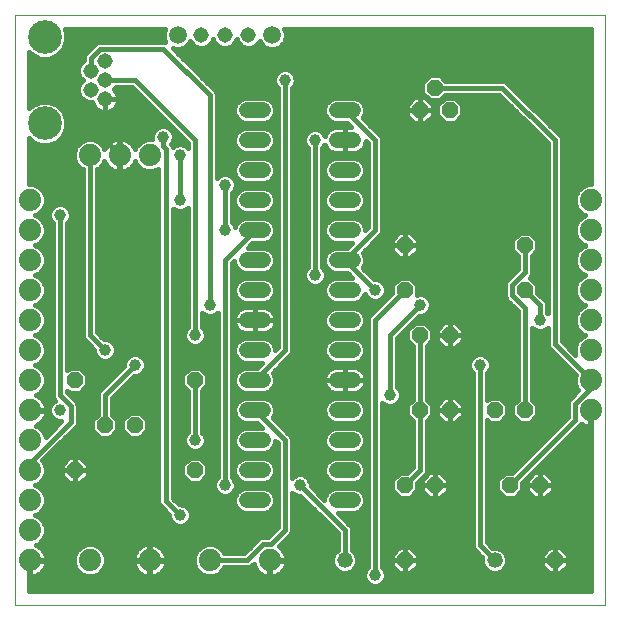
<source format=gbl>
G75*
%MOIN*%
%OFA0B0*%
%FSLAX25Y25*%
%IPPOS*%
%LPD*%
%AMOC8*
5,1,8,0,0,1.08239X$1,22.5*
%
%ADD10C,0.00000*%
%ADD11OC8,0.05200*%
%ADD12C,0.05200*%
%ADD13C,0.05150*%
%ADD14C,0.11220*%
%ADD15C,0.05200*%
%ADD16C,0.05937*%
%ADD17C,0.07400*%
%ADD18C,0.01600*%
%ADD19C,0.03962*%
D10*
X0006800Y0006800D02*
X0006800Y0203650D01*
X0203650Y0203650D01*
X0203650Y0006800D01*
X0006800Y0006800D01*
D11*
X0026800Y0051800D03*
X0036800Y0066800D03*
X0046800Y0066800D03*
X0026800Y0081800D03*
X0066800Y0081800D03*
X0066800Y0051800D03*
X0136800Y0046800D03*
X0146800Y0046800D03*
X0136800Y0021800D03*
X0171800Y0046800D03*
X0181800Y0046800D03*
X0186800Y0021800D03*
X0176800Y0071800D03*
X0166800Y0071800D03*
X0151800Y0071800D03*
X0141800Y0071800D03*
X0141800Y0096800D03*
X0151800Y0096800D03*
X0136800Y0111800D03*
X0136800Y0126800D03*
X0176800Y0126800D03*
X0176800Y0111800D03*
X0151800Y0171800D03*
X0146800Y0179300D03*
X0141800Y0171800D03*
D12*
X0116800Y0021800D03*
X0166800Y0021800D03*
D13*
X0036879Y0175501D03*
X0032154Y0178650D03*
X0036879Y0181800D03*
X0032154Y0184950D03*
X0036879Y0188099D03*
X0068926Y0196800D03*
X0076800Y0196800D03*
X0084674Y0196800D03*
D14*
X0016800Y0196170D03*
X0016800Y0167430D03*
D15*
X0084200Y0171800D02*
X0089400Y0171800D01*
X0089400Y0161800D02*
X0084200Y0161800D01*
X0084200Y0151800D02*
X0089400Y0151800D01*
X0089400Y0141800D02*
X0084200Y0141800D01*
X0084200Y0131800D02*
X0089400Y0131800D01*
X0089400Y0121800D02*
X0084200Y0121800D01*
X0084200Y0111800D02*
X0089400Y0111800D01*
X0089400Y0101800D02*
X0084200Y0101800D01*
X0084200Y0091800D02*
X0089400Y0091800D01*
X0089400Y0081800D02*
X0084200Y0081800D01*
X0084200Y0071800D02*
X0089400Y0071800D01*
X0089400Y0061800D02*
X0084200Y0061800D01*
X0084200Y0051800D02*
X0089400Y0051800D01*
X0089400Y0041800D02*
X0084200Y0041800D01*
X0114200Y0041800D02*
X0119400Y0041800D01*
X0119400Y0051800D02*
X0114200Y0051800D01*
X0114200Y0061800D02*
X0119400Y0061800D01*
X0119400Y0071800D02*
X0114200Y0071800D01*
X0114200Y0081800D02*
X0119400Y0081800D01*
X0119400Y0091800D02*
X0114200Y0091800D01*
X0114200Y0101800D02*
X0119400Y0101800D01*
X0119400Y0111800D02*
X0114200Y0111800D01*
X0114200Y0121800D02*
X0119400Y0121800D01*
X0119400Y0131800D02*
X0114200Y0131800D01*
X0114200Y0141800D02*
X0119400Y0141800D01*
X0119400Y0151800D02*
X0114200Y0151800D01*
X0114200Y0161800D02*
X0119400Y0161800D01*
X0119400Y0171800D02*
X0114200Y0171800D01*
D16*
X0092548Y0196800D03*
X0061052Y0196800D03*
D17*
X0051800Y0156800D03*
X0041800Y0156800D03*
X0031800Y0156800D03*
X0011800Y0141800D03*
X0011800Y0131800D03*
X0011800Y0121800D03*
X0011800Y0111800D03*
X0011800Y0101800D03*
X0011800Y0091800D03*
X0011800Y0081800D03*
X0011800Y0071800D03*
X0011800Y0061800D03*
X0011800Y0051800D03*
X0011800Y0041800D03*
X0011800Y0031800D03*
X0011800Y0021800D03*
X0031800Y0021800D03*
X0051800Y0021800D03*
X0071800Y0021800D03*
X0091800Y0021800D03*
X0198800Y0071800D03*
X0198800Y0081800D03*
X0198800Y0091800D03*
X0198800Y0101800D03*
X0198800Y0111800D03*
X0198800Y0121800D03*
X0198800Y0131800D03*
X0198800Y0141800D03*
D18*
X0198850Y0147100D02*
X0197746Y0147100D01*
X0195798Y0146293D01*
X0194307Y0144802D01*
X0193500Y0142854D01*
X0193500Y0140746D01*
X0194307Y0138798D01*
X0195798Y0137307D01*
X0197022Y0136800D01*
X0195798Y0136293D01*
X0194307Y0134802D01*
X0193500Y0132854D01*
X0193500Y0130746D01*
X0194307Y0128798D01*
X0195798Y0127307D01*
X0197022Y0126800D01*
X0195798Y0126293D01*
X0194307Y0124802D01*
X0193500Y0122854D01*
X0193500Y0120746D01*
X0194307Y0118798D01*
X0195798Y0117307D01*
X0197022Y0116800D01*
X0195798Y0116293D01*
X0194307Y0114802D01*
X0193500Y0112854D01*
X0193500Y0110746D01*
X0194307Y0108798D01*
X0195798Y0107307D01*
X0197022Y0106800D01*
X0195798Y0106293D01*
X0194307Y0104802D01*
X0193500Y0102854D01*
X0193500Y0100746D01*
X0194307Y0098798D01*
X0195798Y0097307D01*
X0197022Y0096800D01*
X0195798Y0096293D01*
X0194307Y0094802D01*
X0193500Y0092854D01*
X0193500Y0090746D01*
X0193678Y0090316D01*
X0189200Y0094794D01*
X0189200Y0162277D01*
X0188835Y0163159D01*
X0188159Y0163835D01*
X0170659Y0181335D01*
X0169777Y0181700D01*
X0150340Y0181700D01*
X0148540Y0183500D01*
X0145060Y0183500D01*
X0142600Y0181040D01*
X0142600Y0177560D01*
X0145060Y0175100D01*
X0148540Y0175100D01*
X0150340Y0176900D01*
X0168306Y0176900D01*
X0184400Y0160806D01*
X0184400Y0104264D01*
X0184200Y0104464D01*
X0184200Y0107277D01*
X0183835Y0108159D01*
X0183159Y0108835D01*
X0181000Y0110994D01*
X0181000Y0113540D01*
X0178540Y0116000D01*
X0178454Y0116000D01*
X0178835Y0116380D01*
X0179200Y0117262D01*
X0179200Y0123260D01*
X0181000Y0125060D01*
X0181000Y0128540D01*
X0178540Y0131000D01*
X0175060Y0131000D01*
X0172600Y0128540D01*
X0172600Y0125060D01*
X0174400Y0123260D01*
X0174400Y0118734D01*
X0170565Y0114899D01*
X0170200Y0114017D01*
X0170200Y0109583D01*
X0170565Y0108701D01*
X0174400Y0104866D01*
X0174400Y0075340D01*
X0172600Y0073540D01*
X0172600Y0070060D01*
X0175060Y0067600D01*
X0178540Y0067600D01*
X0181000Y0070060D01*
X0181000Y0073540D01*
X0179200Y0075340D01*
X0179200Y0099336D01*
X0179771Y0098764D01*
X0181088Y0098219D01*
X0182512Y0098219D01*
X0183829Y0098764D01*
X0184400Y0099336D01*
X0184400Y0093323D01*
X0184765Y0092441D01*
X0193749Y0083456D01*
X0193500Y0082854D01*
X0193500Y0080746D01*
X0194307Y0078798D01*
X0194608Y0078497D01*
X0192141Y0076030D01*
X0192141Y0076030D01*
X0191465Y0075355D01*
X0191100Y0074473D01*
X0191100Y0069494D01*
X0172606Y0051000D01*
X0170060Y0051000D01*
X0167600Y0048540D01*
X0167600Y0045060D01*
X0170060Y0042600D01*
X0173540Y0042600D01*
X0176000Y0045060D01*
X0176000Y0047606D01*
X0195535Y0067141D01*
X0195609Y0067320D01*
X0195917Y0067096D01*
X0196689Y0066703D01*
X0197512Y0066435D01*
X0198367Y0066300D01*
X0198600Y0066300D01*
X0198600Y0071600D01*
X0198850Y0071600D01*
X0198850Y0011600D01*
X0011600Y0011600D01*
X0011600Y0021600D01*
X0012000Y0021600D01*
X0012000Y0022000D01*
X0017300Y0022000D01*
X0017300Y0022233D01*
X0017165Y0023088D01*
X0016897Y0023911D01*
X0016504Y0024683D01*
X0015995Y0025383D01*
X0015383Y0025995D01*
X0014683Y0026504D01*
X0013911Y0026897D01*
X0013856Y0026915D01*
X0014802Y0027307D01*
X0016293Y0028798D01*
X0017100Y0030746D01*
X0017100Y0032854D01*
X0016293Y0034802D01*
X0014802Y0036293D01*
X0013578Y0036800D01*
X0014802Y0037307D01*
X0016293Y0038798D01*
X0017100Y0040746D01*
X0017100Y0042854D01*
X0016293Y0044802D01*
X0014802Y0046293D01*
X0013578Y0046800D01*
X0014802Y0047307D01*
X0016293Y0048798D01*
X0017100Y0050746D01*
X0017100Y0052854D01*
X0016293Y0054802D01*
X0015992Y0055103D01*
X0026741Y0065851D01*
X0027416Y0066526D01*
X0027781Y0067408D01*
X0027781Y0073761D01*
X0027416Y0074643D01*
X0026741Y0075318D01*
X0026741Y0075318D01*
X0024300Y0077759D01*
X0024300Y0078360D01*
X0025060Y0077600D01*
X0028540Y0077600D01*
X0031000Y0080060D01*
X0031000Y0083540D01*
X0028540Y0086000D01*
X0025060Y0086000D01*
X0024200Y0085140D01*
X0024200Y0134136D01*
X0024836Y0134771D01*
X0025381Y0136088D01*
X0025381Y0137512D01*
X0024836Y0138829D01*
X0023829Y0139836D01*
X0022512Y0140381D01*
X0021088Y0140381D01*
X0019771Y0139836D01*
X0018764Y0138829D01*
X0018219Y0137512D01*
X0018219Y0136088D01*
X0018764Y0134771D01*
X0019400Y0134136D01*
X0019400Y0082212D01*
X0019500Y0081971D01*
X0019500Y0076287D01*
X0019865Y0075405D01*
X0020240Y0075030D01*
X0019771Y0074836D01*
X0018764Y0073829D01*
X0018219Y0072512D01*
X0018219Y0071088D01*
X0018764Y0069771D01*
X0019771Y0068764D01*
X0021088Y0068219D01*
X0022320Y0068219D01*
X0017058Y0062956D01*
X0016293Y0064802D01*
X0014802Y0066293D01*
X0013856Y0066685D01*
X0013911Y0066703D01*
X0014683Y0067096D01*
X0015383Y0067605D01*
X0015995Y0068217D01*
X0016504Y0068917D01*
X0016897Y0069689D01*
X0017165Y0070512D01*
X0017300Y0071367D01*
X0017300Y0071600D01*
X0012000Y0071600D01*
X0012000Y0072000D01*
X0017300Y0072000D01*
X0017300Y0072233D01*
X0017165Y0073088D01*
X0016897Y0073911D01*
X0016504Y0074683D01*
X0015995Y0075383D01*
X0015383Y0075995D01*
X0014683Y0076504D01*
X0013911Y0076897D01*
X0013856Y0076915D01*
X0014802Y0077307D01*
X0016293Y0078798D01*
X0017100Y0080746D01*
X0017100Y0082854D01*
X0016293Y0084802D01*
X0014802Y0086293D01*
X0013578Y0086800D01*
X0014802Y0087307D01*
X0016293Y0088798D01*
X0017100Y0090746D01*
X0017100Y0092854D01*
X0016293Y0094802D01*
X0014802Y0096293D01*
X0013578Y0096800D01*
X0014802Y0097307D01*
X0016293Y0098798D01*
X0017100Y0100746D01*
X0017100Y0102854D01*
X0016293Y0104802D01*
X0014802Y0106293D01*
X0013578Y0106800D01*
X0014802Y0107307D01*
X0016293Y0108798D01*
X0017100Y0110746D01*
X0017100Y0112854D01*
X0016293Y0114802D01*
X0014802Y0116293D01*
X0013578Y0116800D01*
X0014802Y0117307D01*
X0016293Y0118798D01*
X0017100Y0120746D01*
X0017100Y0122854D01*
X0016293Y0124802D01*
X0014802Y0126293D01*
X0013578Y0126800D01*
X0014802Y0127307D01*
X0016293Y0128798D01*
X0017100Y0130746D01*
X0017100Y0132854D01*
X0016293Y0134802D01*
X0014802Y0136293D01*
X0013578Y0136800D01*
X0014802Y0137307D01*
X0016293Y0138798D01*
X0017100Y0140746D01*
X0017100Y0142854D01*
X0016293Y0144802D01*
X0014802Y0146293D01*
X0012854Y0147100D01*
X0011600Y0147100D01*
X0011600Y0162433D01*
X0012716Y0161317D01*
X0015366Y0160220D01*
X0018234Y0160220D01*
X0020884Y0161317D01*
X0022913Y0163346D01*
X0024010Y0165996D01*
X0024010Y0168864D01*
X0022913Y0171514D01*
X0020884Y0173542D01*
X0018234Y0174640D01*
X0015366Y0174640D01*
X0012716Y0173542D01*
X0011600Y0172427D01*
X0011600Y0191173D01*
X0012716Y0190058D01*
X0015366Y0188960D01*
X0018234Y0188960D01*
X0020884Y0190058D01*
X0022913Y0192086D01*
X0024010Y0194736D01*
X0024010Y0197604D01*
X0023494Y0198850D01*
X0056956Y0198850D01*
X0056483Y0197709D01*
X0056483Y0195891D01*
X0057026Y0194582D01*
X0056803Y0194674D01*
X0034672Y0194674D01*
X0033790Y0194309D01*
X0030120Y0190638D01*
X0029754Y0189756D01*
X0029754Y0188454D01*
X0028615Y0187314D01*
X0027980Y0185780D01*
X0027980Y0184119D01*
X0028615Y0182585D01*
X0029400Y0181800D01*
X0028615Y0181015D01*
X0027980Y0179481D01*
X0027980Y0177820D01*
X0028615Y0176286D01*
X0029789Y0175111D01*
X0031324Y0174476D01*
X0032612Y0174476D01*
X0032824Y0173821D01*
X0033137Y0173208D01*
X0033542Y0172651D01*
X0034029Y0172164D01*
X0034586Y0171759D01*
X0035199Y0171446D01*
X0035854Y0171234D01*
X0036534Y0171126D01*
X0036879Y0171126D01*
X0037223Y0171126D01*
X0037903Y0171234D01*
X0038558Y0171446D01*
X0039172Y0171759D01*
X0039729Y0172164D01*
X0040216Y0172651D01*
X0040620Y0173208D01*
X0040933Y0173821D01*
X0041146Y0174476D01*
X0041254Y0175156D01*
X0041254Y0175501D01*
X0041254Y0175845D01*
X0041146Y0176525D01*
X0040933Y0177180D01*
X0040620Y0177794D01*
X0040216Y0178351D01*
X0039775Y0178792D01*
X0040383Y0179400D01*
X0045806Y0179400D01*
X0064400Y0160806D01*
X0064400Y0159264D01*
X0063829Y0159836D01*
X0062512Y0160381D01*
X0061088Y0160381D01*
X0059771Y0159836D01*
X0059473Y0159538D01*
X0059135Y0160355D01*
X0058887Y0160602D01*
X0059245Y0160961D01*
X0059790Y0162277D01*
X0059790Y0163702D01*
X0059245Y0165018D01*
X0058238Y0166025D01*
X0056922Y0166570D01*
X0055497Y0166570D01*
X0054181Y0166025D01*
X0053173Y0165018D01*
X0052628Y0163702D01*
X0052628Y0162277D01*
X0052701Y0162100D01*
X0050746Y0162100D01*
X0048798Y0161293D01*
X0047307Y0159802D01*
X0046915Y0158856D01*
X0046897Y0158911D01*
X0046504Y0159683D01*
X0045995Y0160383D01*
X0045383Y0160995D01*
X0044683Y0161504D01*
X0043911Y0161897D01*
X0043088Y0162165D01*
X0042233Y0162300D01*
X0042000Y0162300D01*
X0042000Y0157000D01*
X0041600Y0157000D01*
X0041600Y0162300D01*
X0041367Y0162300D01*
X0040512Y0162165D01*
X0039689Y0161897D01*
X0038917Y0161504D01*
X0038217Y0160995D01*
X0037605Y0160383D01*
X0037096Y0159683D01*
X0036703Y0158911D01*
X0036685Y0158856D01*
X0036293Y0159802D01*
X0034802Y0161293D01*
X0032854Y0162100D01*
X0030746Y0162100D01*
X0028798Y0161293D01*
X0027307Y0159802D01*
X0026500Y0157854D01*
X0026500Y0155746D01*
X0027307Y0153798D01*
X0028798Y0152307D01*
X0029400Y0152057D01*
X0029400Y0096323D01*
X0029765Y0095441D01*
X0033219Y0091987D01*
X0033219Y0091088D01*
X0033764Y0089771D01*
X0034771Y0088764D01*
X0036088Y0088219D01*
X0037512Y0088219D01*
X0038829Y0088764D01*
X0039836Y0089771D01*
X0040381Y0091088D01*
X0040381Y0092512D01*
X0039836Y0093829D01*
X0038829Y0094836D01*
X0037512Y0095381D01*
X0036613Y0095381D01*
X0034200Y0097794D01*
X0034200Y0152057D01*
X0034802Y0152307D01*
X0036293Y0153798D01*
X0036685Y0154744D01*
X0036703Y0154689D01*
X0037096Y0153917D01*
X0037605Y0153217D01*
X0038217Y0152605D01*
X0038917Y0152096D01*
X0039689Y0151703D01*
X0040512Y0151435D01*
X0041367Y0151300D01*
X0041600Y0151300D01*
X0041600Y0156600D01*
X0042000Y0156600D01*
X0042000Y0151300D01*
X0042233Y0151300D01*
X0043088Y0151435D01*
X0043911Y0151703D01*
X0044683Y0152096D01*
X0045383Y0152605D01*
X0045995Y0153217D01*
X0046504Y0153917D01*
X0046897Y0154689D01*
X0046915Y0154744D01*
X0047307Y0153798D01*
X0048798Y0152307D01*
X0050746Y0151500D01*
X0052854Y0151500D01*
X0054700Y0152265D01*
X0054700Y0041023D01*
X0055065Y0040141D01*
X0055741Y0039465D01*
X0058219Y0036987D01*
X0058219Y0036088D01*
X0058764Y0034771D01*
X0059771Y0033764D01*
X0061088Y0033219D01*
X0062512Y0033219D01*
X0063829Y0033764D01*
X0064836Y0034771D01*
X0065381Y0036088D01*
X0065381Y0037512D01*
X0064836Y0038829D01*
X0063829Y0039836D01*
X0062512Y0040381D01*
X0061613Y0040381D01*
X0059500Y0042494D01*
X0059500Y0139036D01*
X0059771Y0138764D01*
X0061088Y0138219D01*
X0062512Y0138219D01*
X0063829Y0138764D01*
X0064400Y0139336D01*
X0064400Y0099464D01*
X0063764Y0098829D01*
X0063219Y0097512D01*
X0063219Y0096088D01*
X0063764Y0094771D01*
X0064771Y0093764D01*
X0066088Y0093219D01*
X0067512Y0093219D01*
X0068829Y0093764D01*
X0069836Y0094771D01*
X0070381Y0096088D01*
X0070381Y0097512D01*
X0069836Y0098829D01*
X0069200Y0099464D01*
X0069200Y0104336D01*
X0069771Y0103764D01*
X0071088Y0103219D01*
X0072512Y0103219D01*
X0073829Y0103764D01*
X0074400Y0104336D01*
X0074400Y0049464D01*
X0073764Y0048829D01*
X0073219Y0047512D01*
X0073219Y0046088D01*
X0073764Y0044771D01*
X0074771Y0043764D01*
X0076088Y0043219D01*
X0077512Y0043219D01*
X0078829Y0043764D01*
X0079836Y0044771D01*
X0080381Y0046088D01*
X0080381Y0047512D01*
X0079836Y0048829D01*
X0079200Y0049464D01*
X0079200Y0120806D01*
X0080000Y0121606D01*
X0080000Y0120965D01*
X0080639Y0119421D01*
X0081821Y0118239D01*
X0083365Y0117600D01*
X0090235Y0117600D01*
X0091779Y0118239D01*
X0092961Y0119421D01*
X0093600Y0120965D01*
X0093600Y0122635D01*
X0092961Y0124179D01*
X0091779Y0125361D01*
X0090235Y0126000D01*
X0084394Y0126000D01*
X0085994Y0127600D01*
X0090235Y0127600D01*
X0091779Y0128239D01*
X0092961Y0129421D01*
X0093600Y0130965D01*
X0093600Y0132635D01*
X0092961Y0134179D01*
X0091779Y0135361D01*
X0090235Y0136000D01*
X0083365Y0136000D01*
X0081821Y0135361D01*
X0080639Y0134179D01*
X0080165Y0133034D01*
X0079836Y0133829D01*
X0079200Y0134464D01*
X0079200Y0144136D01*
X0079836Y0144771D01*
X0080381Y0146088D01*
X0080381Y0147512D01*
X0079836Y0148829D01*
X0078829Y0149836D01*
X0077512Y0150381D01*
X0076088Y0150381D01*
X0074771Y0149836D01*
X0074200Y0149264D01*
X0074200Y0177277D01*
X0073835Y0178159D01*
X0073159Y0178835D01*
X0059493Y0192501D01*
X0060143Y0192231D01*
X0061961Y0192231D01*
X0063640Y0192927D01*
X0064925Y0194212D01*
X0065202Y0194881D01*
X0065387Y0194435D01*
X0066561Y0193261D01*
X0068096Y0192625D01*
X0069756Y0192625D01*
X0071291Y0193261D01*
X0072465Y0194435D01*
X0072863Y0195396D01*
X0073261Y0194435D01*
X0074435Y0193261D01*
X0075970Y0192625D01*
X0077630Y0192625D01*
X0079165Y0193261D01*
X0080339Y0194435D01*
X0080737Y0195396D01*
X0081135Y0194435D01*
X0082309Y0193261D01*
X0083844Y0192625D01*
X0085504Y0192625D01*
X0087039Y0193261D01*
X0088213Y0194435D01*
X0088398Y0194881D01*
X0088675Y0194212D01*
X0089960Y0192927D01*
X0091639Y0192231D01*
X0093457Y0192231D01*
X0095136Y0192927D01*
X0096421Y0194212D01*
X0097117Y0195891D01*
X0097117Y0197709D01*
X0096644Y0198850D01*
X0198850Y0198850D01*
X0198850Y0147100D01*
X0198850Y0147469D02*
X0189200Y0147469D01*
X0189200Y0145870D02*
X0195375Y0145870D01*
X0194087Y0144272D02*
X0189200Y0144272D01*
X0189200Y0142673D02*
X0193500Y0142673D01*
X0193500Y0141075D02*
X0189200Y0141075D01*
X0189200Y0139476D02*
X0194026Y0139476D01*
X0195227Y0137878D02*
X0189200Y0137878D01*
X0189200Y0136279D02*
X0195784Y0136279D01*
X0194257Y0134681D02*
X0189200Y0134681D01*
X0189200Y0133082D02*
X0193595Y0133082D01*
X0193500Y0131484D02*
X0189200Y0131484D01*
X0189200Y0129885D02*
X0193856Y0129885D01*
X0194818Y0128287D02*
X0189200Y0128287D01*
X0189200Y0126688D02*
X0196752Y0126688D01*
X0194595Y0125090D02*
X0189200Y0125090D01*
X0189200Y0123491D02*
X0193764Y0123491D01*
X0193500Y0121893D02*
X0189200Y0121893D01*
X0189200Y0120294D02*
X0193687Y0120294D01*
X0194409Y0118696D02*
X0189200Y0118696D01*
X0189200Y0117097D02*
X0196304Y0117097D01*
X0195003Y0115499D02*
X0189200Y0115499D01*
X0189200Y0113900D02*
X0193933Y0113900D01*
X0193500Y0112302D02*
X0189200Y0112302D01*
X0189200Y0110703D02*
X0193518Y0110703D01*
X0194180Y0109105D02*
X0189200Y0109105D01*
X0189200Y0107506D02*
X0195598Y0107506D01*
X0195412Y0105908D02*
X0189200Y0105908D01*
X0189200Y0104309D02*
X0194103Y0104309D01*
X0193500Y0102711D02*
X0189200Y0102711D01*
X0189200Y0101112D02*
X0193500Y0101112D01*
X0194010Y0099514D02*
X0189200Y0099514D01*
X0189200Y0097915D02*
X0195190Y0097915D01*
X0195855Y0096317D02*
X0189200Y0096317D01*
X0189276Y0094718D02*
X0194272Y0094718D01*
X0193610Y0093120D02*
X0190874Y0093120D01*
X0192473Y0091521D02*
X0193500Y0091521D01*
X0188882Y0088324D02*
X0179200Y0088324D01*
X0179200Y0086726D02*
X0190480Y0086726D01*
X0192079Y0085127D02*
X0179200Y0085127D01*
X0179200Y0083529D02*
X0193677Y0083529D01*
X0193500Y0081930D02*
X0179200Y0081930D01*
X0179200Y0080332D02*
X0193672Y0080332D01*
X0194372Y0078733D02*
X0179200Y0078733D01*
X0179200Y0077134D02*
X0193245Y0077134D01*
X0191647Y0075536D02*
X0179200Y0075536D01*
X0180602Y0073937D02*
X0191100Y0073937D01*
X0191100Y0072339D02*
X0181000Y0072339D01*
X0181000Y0070740D02*
X0191100Y0070740D01*
X0190748Y0069142D02*
X0180082Y0069142D01*
X0176800Y0071800D02*
X0176800Y0105860D01*
X0172600Y0110060D01*
X0172600Y0113540D01*
X0176800Y0117740D01*
X0176800Y0126800D01*
X0173946Y0129885D02*
X0139937Y0129885D01*
X0141200Y0128623D02*
X0138623Y0131200D01*
X0136800Y0131200D01*
X0136800Y0126800D01*
X0141200Y0126800D01*
X0141200Y0128623D01*
X0141200Y0128287D02*
X0172600Y0128287D01*
X0172600Y0126688D02*
X0141200Y0126688D01*
X0141200Y0126800D02*
X0136800Y0126800D01*
X0136800Y0126800D01*
X0136800Y0126800D01*
X0136800Y0122400D01*
X0138623Y0122400D01*
X0141200Y0124977D01*
X0141200Y0126800D01*
X0141200Y0125090D02*
X0172600Y0125090D01*
X0174169Y0123491D02*
X0139714Y0123491D01*
X0136800Y0123491D02*
X0136800Y0123491D01*
X0136800Y0122400D02*
X0136800Y0126800D01*
X0136800Y0126800D01*
X0136800Y0126800D01*
X0132400Y0126800D01*
X0132400Y0128623D01*
X0134977Y0131200D01*
X0136800Y0131200D01*
X0136800Y0126800D01*
X0132400Y0126800D01*
X0132400Y0124977D01*
X0134977Y0122400D01*
X0136800Y0122400D01*
X0136800Y0125090D02*
X0136800Y0125090D01*
X0136800Y0126688D02*
X0136800Y0126688D01*
X0136800Y0128287D02*
X0136800Y0128287D01*
X0136800Y0129885D02*
X0136800Y0129885D01*
X0133663Y0129885D02*
X0128279Y0129885D01*
X0128835Y0130441D02*
X0129200Y0131323D01*
X0129200Y0162277D01*
X0128835Y0163159D01*
X0128159Y0163835D01*
X0122767Y0169227D01*
X0122961Y0169421D01*
X0123600Y0170965D01*
X0123600Y0172635D01*
X0122961Y0174179D01*
X0121779Y0175361D01*
X0120235Y0176000D01*
X0113365Y0176000D01*
X0111821Y0175361D01*
X0110639Y0174179D01*
X0110000Y0172635D01*
X0110000Y0170965D01*
X0110639Y0169421D01*
X0111821Y0168239D01*
X0113365Y0167600D01*
X0117606Y0167600D01*
X0119006Y0166200D01*
X0116800Y0166200D01*
X0116800Y0161800D01*
X0116800Y0161800D01*
X0116800Y0157400D01*
X0119746Y0157400D01*
X0120430Y0157508D01*
X0121089Y0157722D01*
X0121706Y0158037D01*
X0122266Y0158444D01*
X0122756Y0158934D01*
X0123163Y0159494D01*
X0123478Y0160111D01*
X0123692Y0160770D01*
X0123793Y0161412D01*
X0124400Y0160806D01*
X0124400Y0132794D01*
X0123600Y0131994D01*
X0123600Y0132635D01*
X0122961Y0134179D01*
X0121779Y0135361D01*
X0120235Y0136000D01*
X0113365Y0136000D01*
X0111821Y0135361D01*
X0110639Y0134179D01*
X0110000Y0132635D01*
X0110000Y0130965D01*
X0110639Y0129421D01*
X0111821Y0128239D01*
X0113365Y0127600D01*
X0119206Y0127600D01*
X0117606Y0126000D01*
X0113365Y0126000D01*
X0111821Y0125361D01*
X0110639Y0124179D01*
X0110000Y0122635D01*
X0110000Y0120965D01*
X0110639Y0119421D01*
X0111821Y0118239D01*
X0113365Y0117600D01*
X0117606Y0117600D01*
X0119206Y0116000D01*
X0113365Y0116000D01*
X0111821Y0115361D01*
X0110639Y0114179D01*
X0110000Y0112635D01*
X0110000Y0110965D01*
X0110639Y0109421D01*
X0111821Y0108239D01*
X0113365Y0107600D01*
X0120235Y0107600D01*
X0121779Y0108239D01*
X0122961Y0109421D01*
X0123435Y0110566D01*
X0123764Y0109771D01*
X0124771Y0108764D01*
X0126088Y0108219D01*
X0127512Y0108219D01*
X0128829Y0108764D01*
X0129836Y0109771D01*
X0130381Y0111088D01*
X0130381Y0112512D01*
X0129836Y0113829D01*
X0128829Y0114836D01*
X0127512Y0115381D01*
X0126613Y0115381D01*
X0122767Y0119227D01*
X0122961Y0119421D01*
X0123600Y0120965D01*
X0123600Y0122635D01*
X0122961Y0124179D01*
X0122767Y0124373D01*
X0128835Y0130441D01*
X0129200Y0131484D02*
X0184400Y0131484D01*
X0184400Y0133082D02*
X0129200Y0133082D01*
X0129200Y0134681D02*
X0184400Y0134681D01*
X0184400Y0136279D02*
X0129200Y0136279D01*
X0129200Y0137878D02*
X0184400Y0137878D01*
X0184400Y0139476D02*
X0129200Y0139476D01*
X0129200Y0141075D02*
X0184400Y0141075D01*
X0184400Y0142673D02*
X0129200Y0142673D01*
X0129200Y0144272D02*
X0184400Y0144272D01*
X0184400Y0145870D02*
X0129200Y0145870D01*
X0129200Y0147469D02*
X0184400Y0147469D01*
X0184400Y0149068D02*
X0129200Y0149068D01*
X0129200Y0150666D02*
X0184400Y0150666D01*
X0184400Y0152265D02*
X0129200Y0152265D01*
X0129200Y0153863D02*
X0184400Y0153863D01*
X0184400Y0155462D02*
X0129200Y0155462D01*
X0129200Y0157060D02*
X0184400Y0157060D01*
X0184400Y0158659D02*
X0129200Y0158659D01*
X0129200Y0160257D02*
X0184400Y0160257D01*
X0183350Y0161856D02*
X0129200Y0161856D01*
X0128540Y0163454D02*
X0181752Y0163454D01*
X0180153Y0165053D02*
X0126941Y0165053D01*
X0125343Y0166651D02*
X0178555Y0166651D01*
X0176956Y0168250D02*
X0154189Y0168250D01*
X0153540Y0167600D02*
X0156000Y0170060D01*
X0156000Y0173540D01*
X0153540Y0176000D01*
X0150060Y0176000D01*
X0147600Y0173540D01*
X0147600Y0170060D01*
X0150060Y0167600D01*
X0153540Y0167600D01*
X0155788Y0169848D02*
X0175358Y0169848D01*
X0173759Y0171447D02*
X0156000Y0171447D01*
X0156000Y0173045D02*
X0172161Y0173045D01*
X0170562Y0174644D02*
X0154896Y0174644D01*
X0149682Y0176242D02*
X0168964Y0176242D01*
X0169300Y0179300D02*
X0186800Y0161800D01*
X0186800Y0093800D01*
X0198800Y0081800D01*
X0198800Y0079295D01*
X0193500Y0073995D01*
X0193500Y0068500D01*
X0171800Y0046800D01*
X0174505Y0043566D02*
X0178812Y0043566D01*
X0179977Y0042400D02*
X0181800Y0042400D01*
X0183623Y0042400D01*
X0186200Y0044977D01*
X0186200Y0046800D01*
X0186200Y0048623D01*
X0183623Y0051200D01*
X0181800Y0051200D01*
X0181800Y0046800D01*
X0186200Y0046800D01*
X0181800Y0046800D01*
X0181800Y0046800D01*
X0181800Y0046800D01*
X0181800Y0042400D01*
X0181800Y0046800D01*
X0181800Y0046800D01*
X0181800Y0046800D01*
X0177400Y0046800D01*
X0177400Y0048623D01*
X0179977Y0051200D01*
X0181800Y0051200D01*
X0181800Y0046800D01*
X0177400Y0046800D01*
X0177400Y0044977D01*
X0179977Y0042400D01*
X0181800Y0043566D02*
X0181800Y0043566D01*
X0181800Y0045164D02*
X0181800Y0045164D01*
X0181800Y0046763D02*
X0181800Y0046763D01*
X0181800Y0048361D02*
X0181800Y0048361D01*
X0181800Y0049960D02*
X0181800Y0049960D01*
X0179952Y0051558D02*
X0198850Y0051558D01*
X0198850Y0049960D02*
X0184863Y0049960D01*
X0186200Y0048361D02*
X0198850Y0048361D01*
X0198850Y0046763D02*
X0186200Y0046763D01*
X0186200Y0045164D02*
X0198850Y0045164D01*
X0198850Y0043566D02*
X0184788Y0043566D01*
X0178737Y0049960D02*
X0178354Y0049960D01*
X0177400Y0048361D02*
X0176755Y0048361D01*
X0177400Y0046763D02*
X0176000Y0046763D01*
X0176000Y0045164D02*
X0177400Y0045164D01*
X0173164Y0051558D02*
X0164200Y0051558D01*
X0164200Y0049960D02*
X0169020Y0049960D01*
X0167600Y0048361D02*
X0164200Y0048361D01*
X0164200Y0046763D02*
X0167600Y0046763D01*
X0167600Y0045164D02*
X0164200Y0045164D01*
X0164200Y0043566D02*
X0169095Y0043566D01*
X0164200Y0041967D02*
X0198850Y0041967D01*
X0198850Y0040369D02*
X0164200Y0040369D01*
X0164200Y0038770D02*
X0198850Y0038770D01*
X0198850Y0037172D02*
X0164200Y0037172D01*
X0164200Y0035573D02*
X0198850Y0035573D01*
X0198850Y0033975D02*
X0164200Y0033975D01*
X0164200Y0032376D02*
X0198850Y0032376D01*
X0198850Y0030778D02*
X0164200Y0030778D01*
X0164200Y0029179D02*
X0198850Y0029179D01*
X0198850Y0027581D02*
X0164413Y0027581D01*
X0164200Y0027794D02*
X0164200Y0068460D01*
X0165060Y0067600D01*
X0168540Y0067600D01*
X0171000Y0070060D01*
X0171000Y0073540D01*
X0168540Y0076000D01*
X0165060Y0076000D01*
X0164200Y0075140D01*
X0164200Y0084136D01*
X0164836Y0084771D01*
X0165381Y0086088D01*
X0165381Y0087512D01*
X0164836Y0088829D01*
X0163829Y0089836D01*
X0162512Y0090381D01*
X0161088Y0090381D01*
X0159771Y0089836D01*
X0158764Y0088829D01*
X0158219Y0087512D01*
X0158219Y0086088D01*
X0158764Y0084771D01*
X0159400Y0084136D01*
X0159400Y0026323D01*
X0159765Y0025441D01*
X0162600Y0022606D01*
X0162600Y0020965D01*
X0163239Y0019421D01*
X0164421Y0018239D01*
X0165965Y0017600D01*
X0167635Y0017600D01*
X0169179Y0018239D01*
X0170361Y0019421D01*
X0171000Y0020965D01*
X0171000Y0022635D01*
X0170361Y0024179D01*
X0169179Y0025361D01*
X0167635Y0026000D01*
X0165994Y0026000D01*
X0164200Y0027794D01*
X0161800Y0026800D02*
X0166800Y0021800D01*
X0163170Y0019588D02*
X0140811Y0019588D01*
X0141200Y0019977D02*
X0141200Y0021800D01*
X0141200Y0023623D01*
X0138623Y0026200D01*
X0136800Y0026200D01*
X0136800Y0021800D01*
X0141200Y0021800D01*
X0136800Y0021800D01*
X0136800Y0021800D01*
X0136800Y0021800D01*
X0136800Y0017400D01*
X0138623Y0017400D01*
X0141200Y0019977D01*
X0141200Y0021187D02*
X0162600Y0021187D01*
X0162421Y0022785D02*
X0141200Y0022785D01*
X0140439Y0024384D02*
X0160822Y0024384D01*
X0159541Y0025982D02*
X0138840Y0025982D01*
X0136800Y0025982D02*
X0136800Y0025982D01*
X0136800Y0026200D02*
X0134977Y0026200D01*
X0132400Y0023623D01*
X0132400Y0021800D01*
X0136800Y0021800D01*
X0136800Y0021800D01*
X0136800Y0021800D01*
X0136800Y0026200D01*
X0136800Y0024384D02*
X0136800Y0024384D01*
X0136800Y0022785D02*
X0136800Y0022785D01*
X0136800Y0021800D02*
X0132400Y0021800D01*
X0132400Y0019977D01*
X0134977Y0017400D01*
X0136800Y0017400D01*
X0136800Y0021800D01*
X0136800Y0021187D02*
X0136800Y0021187D01*
X0136800Y0019588D02*
X0136800Y0019588D01*
X0136800Y0017990D02*
X0136800Y0017990D01*
X0139212Y0017990D02*
X0165024Y0017990D01*
X0168576Y0017990D02*
X0184388Y0017990D01*
X0184977Y0017400D02*
X0186800Y0017400D01*
X0188623Y0017400D01*
X0191200Y0019977D01*
X0191200Y0021800D01*
X0191200Y0023623D01*
X0188623Y0026200D01*
X0186800Y0026200D01*
X0186800Y0021800D01*
X0191200Y0021800D01*
X0186800Y0021800D01*
X0186800Y0021800D01*
X0186800Y0021800D01*
X0186800Y0017400D01*
X0186800Y0021800D01*
X0186800Y0021800D01*
X0186800Y0021800D01*
X0182400Y0021800D01*
X0182400Y0023623D01*
X0184977Y0026200D01*
X0186800Y0026200D01*
X0186800Y0021800D01*
X0182400Y0021800D01*
X0182400Y0019977D01*
X0184977Y0017400D01*
X0186800Y0017990D02*
X0186800Y0017990D01*
X0186800Y0019588D02*
X0186800Y0019588D01*
X0186800Y0021187D02*
X0186800Y0021187D01*
X0186800Y0022785D02*
X0186800Y0022785D01*
X0186800Y0024384D02*
X0186800Y0024384D01*
X0186800Y0025982D02*
X0186800Y0025982D01*
X0188840Y0025982D02*
X0198850Y0025982D01*
X0198850Y0024384D02*
X0190439Y0024384D01*
X0191200Y0022785D02*
X0198850Y0022785D01*
X0198850Y0021187D02*
X0191200Y0021187D01*
X0190811Y0019588D02*
X0198850Y0019588D01*
X0198850Y0017990D02*
X0189212Y0017990D01*
X0182789Y0019588D02*
X0170430Y0019588D01*
X0171000Y0021187D02*
X0182400Y0021187D01*
X0182400Y0022785D02*
X0170938Y0022785D01*
X0170156Y0024384D02*
X0183161Y0024384D01*
X0184760Y0025982D02*
X0167679Y0025982D01*
X0161800Y0026800D02*
X0161800Y0086800D01*
X0165045Y0088324D02*
X0174400Y0088324D01*
X0174400Y0086726D02*
X0165381Y0086726D01*
X0164983Y0085127D02*
X0174400Y0085127D01*
X0174400Y0083529D02*
X0164200Y0083529D01*
X0164200Y0081930D02*
X0174400Y0081930D01*
X0174400Y0080332D02*
X0164200Y0080332D01*
X0164200Y0078733D02*
X0174400Y0078733D01*
X0174400Y0077134D02*
X0164200Y0077134D01*
X0164200Y0075536D02*
X0164596Y0075536D01*
X0169004Y0075536D02*
X0174400Y0075536D01*
X0172998Y0073937D02*
X0170602Y0073937D01*
X0171000Y0072339D02*
X0172600Y0072339D01*
X0172600Y0070740D02*
X0171000Y0070740D01*
X0170082Y0069142D02*
X0173518Y0069142D01*
X0164200Y0067543D02*
X0189149Y0067543D01*
X0187551Y0065945D02*
X0164200Y0065945D01*
X0164200Y0064346D02*
X0185952Y0064346D01*
X0184354Y0062748D02*
X0164200Y0062748D01*
X0164200Y0061149D02*
X0182755Y0061149D01*
X0181157Y0059551D02*
X0164200Y0059551D01*
X0164200Y0057952D02*
X0179558Y0057952D01*
X0177960Y0056354D02*
X0164200Y0056354D01*
X0164200Y0054755D02*
X0176361Y0054755D01*
X0174763Y0053157D02*
X0164200Y0053157D01*
X0159400Y0053157D02*
X0144200Y0053157D01*
X0144200Y0054755D02*
X0159400Y0054755D01*
X0159400Y0056354D02*
X0144200Y0056354D01*
X0144200Y0057952D02*
X0159400Y0057952D01*
X0159400Y0059551D02*
X0144200Y0059551D01*
X0144200Y0061149D02*
X0159400Y0061149D01*
X0159400Y0062748D02*
X0144200Y0062748D01*
X0144200Y0064346D02*
X0159400Y0064346D01*
X0159400Y0065945D02*
X0144200Y0065945D01*
X0144200Y0067543D02*
X0149834Y0067543D01*
X0149977Y0067400D02*
X0151800Y0067400D01*
X0153623Y0067400D01*
X0156200Y0069977D01*
X0156200Y0071800D01*
X0156200Y0073623D01*
X0153623Y0076200D01*
X0151800Y0076200D01*
X0151800Y0071800D01*
X0156200Y0071800D01*
X0151800Y0071800D01*
X0151800Y0071800D01*
X0151800Y0071800D01*
X0151800Y0067400D01*
X0151800Y0071800D01*
X0151800Y0071800D01*
X0151800Y0071800D01*
X0147400Y0071800D01*
X0147400Y0073623D01*
X0149977Y0076200D01*
X0151800Y0076200D01*
X0151800Y0071800D01*
X0147400Y0071800D01*
X0147400Y0069977D01*
X0149977Y0067400D01*
X0151800Y0067543D02*
X0151800Y0067543D01*
X0151800Y0069142D02*
X0151800Y0069142D01*
X0151800Y0070740D02*
X0151800Y0070740D01*
X0151800Y0072339D02*
X0151800Y0072339D01*
X0151800Y0073937D02*
X0151800Y0073937D01*
X0151800Y0075536D02*
X0151800Y0075536D01*
X0154287Y0075536D02*
X0159400Y0075536D01*
X0159400Y0077134D02*
X0144200Y0077134D01*
X0144200Y0075536D02*
X0149313Y0075536D01*
X0147715Y0073937D02*
X0145602Y0073937D01*
X0146000Y0073540D02*
X0144200Y0075340D01*
X0144200Y0093260D01*
X0146000Y0095060D01*
X0146000Y0098540D01*
X0143540Y0101000D01*
X0140060Y0101000D01*
X0137600Y0098540D01*
X0137600Y0095060D01*
X0139400Y0093260D01*
X0139400Y0075340D01*
X0137600Y0073540D01*
X0137600Y0070060D01*
X0139400Y0068260D01*
X0139400Y0052794D01*
X0137606Y0051000D01*
X0135060Y0051000D01*
X0132600Y0048540D01*
X0132600Y0045060D01*
X0135060Y0042600D01*
X0138540Y0042600D01*
X0141000Y0045060D01*
X0141000Y0047606D01*
X0143835Y0050441D01*
X0144200Y0051323D01*
X0144200Y0068260D01*
X0146000Y0070060D01*
X0146000Y0073540D01*
X0146000Y0072339D02*
X0147400Y0072339D01*
X0147400Y0070740D02*
X0146000Y0070740D01*
X0145082Y0069142D02*
X0148236Y0069142D01*
X0153766Y0067543D02*
X0159400Y0067543D01*
X0159400Y0069142D02*
X0155364Y0069142D01*
X0156200Y0070740D02*
X0159400Y0070740D01*
X0159400Y0072339D02*
X0156200Y0072339D01*
X0155885Y0073937D02*
X0159400Y0073937D01*
X0159400Y0078733D02*
X0144200Y0078733D01*
X0144200Y0080332D02*
X0159400Y0080332D01*
X0159400Y0081930D02*
X0144200Y0081930D01*
X0144200Y0083529D02*
X0159400Y0083529D01*
X0158617Y0085127D02*
X0144200Y0085127D01*
X0144200Y0086726D02*
X0158219Y0086726D01*
X0158555Y0088324D02*
X0144200Y0088324D01*
X0144200Y0089923D02*
X0159981Y0089923D01*
X0163619Y0089923D02*
X0174400Y0089923D01*
X0174400Y0091521D02*
X0144200Y0091521D01*
X0144200Y0093120D02*
X0149258Y0093120D01*
X0149977Y0092400D02*
X0151800Y0092400D01*
X0153623Y0092400D01*
X0156200Y0094977D01*
X0156200Y0096800D01*
X0156200Y0098623D01*
X0153623Y0101200D01*
X0151800Y0101200D01*
X0151800Y0096800D01*
X0156200Y0096800D01*
X0151800Y0096800D01*
X0151800Y0096800D01*
X0151800Y0096800D01*
X0151800Y0092400D01*
X0151800Y0096800D01*
X0151800Y0096800D01*
X0151800Y0096800D01*
X0147400Y0096800D01*
X0147400Y0098623D01*
X0149977Y0101200D01*
X0151800Y0101200D01*
X0151800Y0096800D01*
X0147400Y0096800D01*
X0147400Y0094977D01*
X0149977Y0092400D01*
X0151800Y0093120D02*
X0151800Y0093120D01*
X0151800Y0094718D02*
X0151800Y0094718D01*
X0151800Y0096317D02*
X0151800Y0096317D01*
X0151800Y0097915D02*
X0151800Y0097915D01*
X0151800Y0099514D02*
X0151800Y0099514D01*
X0151800Y0101112D02*
X0151800Y0101112D01*
X0153710Y0101112D02*
X0174400Y0101112D01*
X0174400Y0099514D02*
X0155309Y0099514D01*
X0156200Y0097915D02*
X0174400Y0097915D01*
X0174400Y0096317D02*
X0156200Y0096317D01*
X0155941Y0094718D02*
X0174400Y0094718D01*
X0174400Y0093120D02*
X0154342Y0093120D01*
X0147659Y0094718D02*
X0145658Y0094718D01*
X0146000Y0096317D02*
X0147400Y0096317D01*
X0147400Y0097915D02*
X0146000Y0097915D01*
X0145026Y0099514D02*
X0148291Y0099514D01*
X0149890Y0101112D02*
X0139506Y0101112D01*
X0138574Y0099514D02*
X0137908Y0099514D01*
X0137600Y0097915D02*
X0136309Y0097915D01*
X0137600Y0096317D02*
X0134711Y0096317D01*
X0134200Y0095806D02*
X0141613Y0103219D01*
X0142512Y0103219D01*
X0143829Y0103764D01*
X0144836Y0104771D01*
X0145381Y0106088D01*
X0145381Y0107512D01*
X0144836Y0108829D01*
X0143829Y0109836D01*
X0142512Y0110381D01*
X0141088Y0110381D01*
X0141000Y0110345D01*
X0141000Y0113540D01*
X0138540Y0116000D01*
X0135060Y0116000D01*
X0132600Y0113540D01*
X0132600Y0110994D01*
X0124765Y0103159D01*
X0124400Y0102277D01*
X0124400Y0019464D01*
X0123764Y0018829D01*
X0123219Y0017512D01*
X0123219Y0016088D01*
X0123764Y0014771D01*
X0124771Y0013764D01*
X0126088Y0013219D01*
X0127512Y0013219D01*
X0128829Y0013764D01*
X0129836Y0014771D01*
X0130381Y0016088D01*
X0130381Y0017512D01*
X0129836Y0018829D01*
X0129200Y0019464D01*
X0129200Y0074336D01*
X0129771Y0073764D01*
X0131088Y0073219D01*
X0132512Y0073219D01*
X0133829Y0073764D01*
X0134836Y0074771D01*
X0135381Y0076088D01*
X0135381Y0077512D01*
X0134836Y0078829D01*
X0134200Y0079464D01*
X0134200Y0095806D01*
X0134200Y0094718D02*
X0137942Y0094718D01*
X0139400Y0093120D02*
X0134200Y0093120D01*
X0134200Y0091521D02*
X0139400Y0091521D01*
X0139400Y0089923D02*
X0134200Y0089923D01*
X0134200Y0088324D02*
X0139400Y0088324D01*
X0139400Y0086726D02*
X0134200Y0086726D01*
X0134200Y0085127D02*
X0139400Y0085127D01*
X0139400Y0083529D02*
X0134200Y0083529D01*
X0134200Y0081930D02*
X0139400Y0081930D01*
X0139400Y0080332D02*
X0134200Y0080332D01*
X0134875Y0078733D02*
X0139400Y0078733D01*
X0139400Y0077134D02*
X0135381Y0077134D01*
X0135153Y0075536D02*
X0139400Y0075536D01*
X0137998Y0073937D02*
X0134002Y0073937D01*
X0131800Y0076800D02*
X0131800Y0096800D01*
X0141800Y0106800D01*
X0144374Y0104309D02*
X0174400Y0104309D01*
X0174400Y0102711D02*
X0141105Y0102711D01*
X0145307Y0105908D02*
X0173358Y0105908D01*
X0171760Y0107506D02*
X0145381Y0107506D01*
X0144560Y0109105D02*
X0170398Y0109105D01*
X0170200Y0110703D02*
X0141000Y0110703D01*
X0141000Y0112302D02*
X0170200Y0112302D01*
X0170200Y0113900D02*
X0140639Y0113900D01*
X0139041Y0115499D02*
X0171165Y0115499D01*
X0172763Y0117097D02*
X0124897Y0117097D01*
X0126495Y0115499D02*
X0134559Y0115499D01*
X0132961Y0113900D02*
X0129764Y0113900D01*
X0130381Y0112302D02*
X0132600Y0112302D01*
X0132309Y0110703D02*
X0130222Y0110703D01*
X0130711Y0109105D02*
X0129169Y0109105D01*
X0129112Y0107506D02*
X0099200Y0107506D01*
X0099200Y0105908D02*
X0113142Y0105908D01*
X0113365Y0106000D02*
X0111821Y0105361D01*
X0110639Y0104179D01*
X0110000Y0102635D01*
X0110000Y0100965D01*
X0110639Y0099421D01*
X0111821Y0098239D01*
X0113365Y0097600D01*
X0120235Y0097600D01*
X0121779Y0098239D01*
X0122961Y0099421D01*
X0123600Y0100965D01*
X0123600Y0102635D01*
X0122961Y0104179D01*
X0121779Y0105361D01*
X0120235Y0106000D01*
X0113365Y0106000D01*
X0110770Y0104309D02*
X0099200Y0104309D01*
X0099200Y0102711D02*
X0110031Y0102711D01*
X0110000Y0101112D02*
X0099200Y0101112D01*
X0099200Y0099514D02*
X0110601Y0099514D01*
X0112604Y0097915D02*
X0099200Y0097915D01*
X0099200Y0096317D02*
X0124400Y0096317D01*
X0124400Y0097915D02*
X0120996Y0097915D01*
X0120235Y0096000D02*
X0121779Y0095361D01*
X0122961Y0094179D01*
X0123600Y0092635D01*
X0123600Y0090965D01*
X0122961Y0089421D01*
X0121779Y0088239D01*
X0120235Y0087600D01*
X0113365Y0087600D01*
X0111821Y0088239D01*
X0110639Y0089421D01*
X0110000Y0090965D01*
X0110000Y0092635D01*
X0110639Y0094179D01*
X0111821Y0095361D01*
X0113365Y0096000D01*
X0120235Y0096000D01*
X0122422Y0094718D02*
X0124400Y0094718D01*
X0124400Y0093120D02*
X0123399Y0093120D01*
X0123600Y0091521D02*
X0124400Y0091521D01*
X0124400Y0089923D02*
X0123168Y0089923D01*
X0124400Y0088324D02*
X0121864Y0088324D01*
X0121089Y0085878D02*
X0120430Y0086092D01*
X0119746Y0086200D01*
X0116800Y0086200D01*
X0116800Y0081800D01*
X0116800Y0081800D01*
X0123800Y0081800D01*
X0123800Y0082146D01*
X0123692Y0082830D01*
X0123478Y0083489D01*
X0123163Y0084106D01*
X0122756Y0084666D01*
X0122266Y0085156D01*
X0121706Y0085563D01*
X0121089Y0085878D01*
X0122295Y0085127D02*
X0124400Y0085127D01*
X0124400Y0083529D02*
X0123457Y0083529D01*
X0123800Y0081930D02*
X0124400Y0081930D01*
X0123800Y0081800D02*
X0123800Y0081454D01*
X0123692Y0080770D01*
X0123478Y0080111D01*
X0123163Y0079494D01*
X0122756Y0078934D01*
X0122266Y0078444D01*
X0121706Y0078037D01*
X0121089Y0077722D01*
X0120430Y0077508D01*
X0119746Y0077400D01*
X0116800Y0077400D01*
X0116800Y0081800D01*
X0116800Y0081800D01*
X0116800Y0081800D01*
X0116800Y0081800D01*
X0109800Y0081800D01*
X0109800Y0082146D01*
X0109908Y0082830D01*
X0110122Y0083489D01*
X0110437Y0084106D01*
X0110844Y0084666D01*
X0111334Y0085156D01*
X0111894Y0085563D01*
X0112511Y0085878D01*
X0113170Y0086092D01*
X0113854Y0086200D01*
X0116800Y0086200D01*
X0116800Y0081800D01*
X0123800Y0081800D01*
X0123549Y0080332D02*
X0124400Y0080332D01*
X0124400Y0078733D02*
X0122556Y0078733D01*
X0124400Y0077134D02*
X0079200Y0077134D01*
X0079200Y0075536D02*
X0082244Y0075536D01*
X0081821Y0075361D02*
X0080639Y0074179D01*
X0080000Y0072635D01*
X0080000Y0070965D01*
X0080639Y0069421D01*
X0081821Y0068239D01*
X0083365Y0067600D01*
X0087606Y0067600D01*
X0089206Y0066000D01*
X0083365Y0066000D01*
X0081821Y0065361D01*
X0080639Y0064179D01*
X0080000Y0062635D01*
X0080000Y0060965D01*
X0080639Y0059421D01*
X0081821Y0058239D01*
X0083365Y0057600D01*
X0090235Y0057600D01*
X0091779Y0058239D01*
X0092961Y0059421D01*
X0093600Y0060965D01*
X0093600Y0061606D01*
X0094400Y0060806D01*
X0094400Y0032794D01*
X0091106Y0029500D01*
X0089127Y0029500D01*
X0088245Y0029135D01*
X0083311Y0024200D01*
X0076543Y0024200D01*
X0076293Y0024802D01*
X0074802Y0026293D01*
X0072854Y0027100D01*
X0070746Y0027100D01*
X0068798Y0026293D01*
X0067307Y0024802D01*
X0066500Y0022854D01*
X0066500Y0020746D01*
X0067307Y0018798D01*
X0068798Y0017307D01*
X0070746Y0016500D01*
X0072854Y0016500D01*
X0074802Y0017307D01*
X0076293Y0018798D01*
X0076543Y0019400D01*
X0084782Y0019400D01*
X0085664Y0019765D01*
X0086432Y0020533D01*
X0086435Y0020512D01*
X0086703Y0019689D01*
X0087096Y0018917D01*
X0087605Y0018217D01*
X0088217Y0017605D01*
X0088917Y0017096D01*
X0089689Y0016703D01*
X0090512Y0016435D01*
X0091367Y0016300D01*
X0091600Y0016300D01*
X0091600Y0021600D01*
X0092000Y0021600D01*
X0092000Y0022000D01*
X0097300Y0022000D01*
X0097300Y0022233D01*
X0097165Y0023088D01*
X0096897Y0023911D01*
X0096504Y0024683D01*
X0095995Y0025383D01*
X0095383Y0025995D01*
X0094807Y0026413D01*
X0098159Y0029765D01*
X0098835Y0030441D01*
X0099200Y0031323D01*
X0099200Y0044336D01*
X0099771Y0043764D01*
X0101088Y0043219D01*
X0101987Y0043219D01*
X0114400Y0030806D01*
X0114400Y0025340D01*
X0113239Y0024179D01*
X0112600Y0022635D01*
X0112600Y0020965D01*
X0113239Y0019421D01*
X0114421Y0018239D01*
X0115965Y0017600D01*
X0117635Y0017600D01*
X0119179Y0018239D01*
X0120361Y0019421D01*
X0121000Y0020965D01*
X0121000Y0022635D01*
X0120361Y0024179D01*
X0119200Y0025340D01*
X0119200Y0032277D01*
X0118835Y0033159D01*
X0114394Y0037600D01*
X0120235Y0037600D01*
X0121779Y0038239D01*
X0122961Y0039421D01*
X0123600Y0040965D01*
X0123600Y0042635D01*
X0122961Y0044179D01*
X0121779Y0045361D01*
X0120235Y0046000D01*
X0113365Y0046000D01*
X0111821Y0045361D01*
X0110639Y0044179D01*
X0110000Y0042635D01*
X0110000Y0041994D01*
X0105381Y0046613D01*
X0105381Y0047512D01*
X0104836Y0048829D01*
X0103829Y0049836D01*
X0102512Y0050381D01*
X0101088Y0050381D01*
X0099771Y0049836D01*
X0099200Y0049264D01*
X0099200Y0062277D01*
X0098835Y0063159D01*
X0092767Y0069227D01*
X0092961Y0069421D01*
X0093600Y0070965D01*
X0093600Y0072635D01*
X0092961Y0074179D01*
X0091779Y0075361D01*
X0090235Y0076000D01*
X0083365Y0076000D01*
X0081821Y0075361D01*
X0080539Y0073937D02*
X0079200Y0073937D01*
X0079200Y0072339D02*
X0080000Y0072339D01*
X0080093Y0070740D02*
X0079200Y0070740D01*
X0079200Y0069142D02*
X0080918Y0069142D01*
X0079200Y0067543D02*
X0087662Y0067543D01*
X0086800Y0071800D02*
X0096800Y0061800D01*
X0096800Y0031800D01*
X0092100Y0027100D01*
X0089605Y0027100D01*
X0084305Y0021800D01*
X0071800Y0021800D01*
X0075485Y0017990D02*
X0087832Y0017990D01*
X0086754Y0019588D02*
X0085236Y0019588D01*
X0083494Y0024384D02*
X0076466Y0024384D01*
X0075113Y0025982D02*
X0085093Y0025982D01*
X0086691Y0027581D02*
X0015076Y0027581D01*
X0015396Y0025982D02*
X0028487Y0025982D01*
X0028798Y0026293D02*
X0027307Y0024802D01*
X0026500Y0022854D01*
X0026500Y0020746D01*
X0027307Y0018798D01*
X0028798Y0017307D01*
X0030746Y0016500D01*
X0032854Y0016500D01*
X0034802Y0017307D01*
X0036293Y0018798D01*
X0037100Y0020746D01*
X0037100Y0022854D01*
X0036293Y0024802D01*
X0034802Y0026293D01*
X0032854Y0027100D01*
X0030746Y0027100D01*
X0028798Y0026293D01*
X0027134Y0024384D02*
X0016656Y0024384D01*
X0017213Y0022785D02*
X0026500Y0022785D01*
X0026500Y0021187D02*
X0017271Y0021187D01*
X0017300Y0021367D02*
X0017300Y0021600D01*
X0012000Y0021600D01*
X0012000Y0016300D01*
X0012233Y0016300D01*
X0013088Y0016435D01*
X0013911Y0016703D01*
X0014683Y0017096D01*
X0015383Y0017605D01*
X0015995Y0018217D01*
X0016504Y0018917D01*
X0016897Y0019689D01*
X0017165Y0020512D01*
X0017300Y0021367D01*
X0016846Y0019588D02*
X0026980Y0019588D01*
X0028115Y0017990D02*
X0015768Y0017990D01*
X0012808Y0016391D02*
X0050792Y0016391D01*
X0050512Y0016435D02*
X0051367Y0016300D01*
X0051600Y0016300D01*
X0051600Y0021600D01*
X0046300Y0021600D01*
X0046300Y0021367D01*
X0046435Y0020512D01*
X0046703Y0019689D01*
X0047096Y0018917D01*
X0047605Y0018217D01*
X0048217Y0017605D01*
X0048917Y0017096D01*
X0049689Y0016703D01*
X0050512Y0016435D01*
X0051600Y0016391D02*
X0052000Y0016391D01*
X0052000Y0016300D02*
X0052233Y0016300D01*
X0053088Y0016435D01*
X0053911Y0016703D01*
X0054683Y0017096D01*
X0055383Y0017605D01*
X0055995Y0018217D01*
X0056504Y0018917D01*
X0056897Y0019689D01*
X0057165Y0020512D01*
X0057300Y0021367D01*
X0057300Y0021600D01*
X0052000Y0021600D01*
X0052000Y0022000D01*
X0051600Y0022000D01*
X0051600Y0027300D01*
X0051367Y0027300D01*
X0050512Y0027165D01*
X0049689Y0026897D01*
X0048917Y0026504D01*
X0048217Y0025995D01*
X0047605Y0025383D01*
X0047096Y0024683D01*
X0046703Y0023911D01*
X0046435Y0023088D01*
X0046300Y0022233D01*
X0046300Y0022000D01*
X0051600Y0022000D01*
X0051600Y0021600D01*
X0052000Y0021600D01*
X0052000Y0016300D01*
X0052808Y0016391D02*
X0090792Y0016391D01*
X0091600Y0016391D02*
X0092000Y0016391D01*
X0092000Y0016300D02*
X0092233Y0016300D01*
X0093088Y0016435D01*
X0093911Y0016703D01*
X0094683Y0017096D01*
X0095383Y0017605D01*
X0095995Y0018217D01*
X0096504Y0018917D01*
X0096897Y0019689D01*
X0097165Y0020512D01*
X0097300Y0021367D01*
X0097300Y0021600D01*
X0092000Y0021600D01*
X0092000Y0016300D01*
X0092808Y0016391D02*
X0123219Y0016391D01*
X0123417Y0017990D02*
X0118576Y0017990D01*
X0120430Y0019588D02*
X0124400Y0019588D01*
X0124400Y0021187D02*
X0121000Y0021187D01*
X0120938Y0022785D02*
X0124400Y0022785D01*
X0124400Y0024384D02*
X0120156Y0024384D01*
X0119200Y0025982D02*
X0124400Y0025982D01*
X0124400Y0027581D02*
X0119200Y0027581D01*
X0119200Y0029179D02*
X0124400Y0029179D01*
X0124400Y0030778D02*
X0119200Y0030778D01*
X0119159Y0032376D02*
X0124400Y0032376D01*
X0124400Y0033975D02*
X0118019Y0033975D01*
X0116421Y0035573D02*
X0124400Y0035573D01*
X0124400Y0037172D02*
X0114822Y0037172D01*
X0111231Y0033975D02*
X0099200Y0033975D01*
X0099200Y0035573D02*
X0109633Y0035573D01*
X0108034Y0037172D02*
X0099200Y0037172D01*
X0099200Y0038770D02*
X0106436Y0038770D01*
X0104837Y0040369D02*
X0099200Y0040369D01*
X0099200Y0041967D02*
X0103239Y0041967D01*
X0100250Y0043566D02*
X0099200Y0043566D01*
X0101800Y0046800D02*
X0116800Y0031800D01*
X0116800Y0021800D01*
X0115024Y0017990D02*
X0095768Y0017990D01*
X0096846Y0019588D02*
X0113170Y0019588D01*
X0112600Y0021187D02*
X0097271Y0021187D01*
X0097213Y0022785D02*
X0112662Y0022785D01*
X0113444Y0024384D02*
X0096656Y0024384D01*
X0095396Y0025982D02*
X0114400Y0025982D01*
X0114400Y0027581D02*
X0095975Y0027581D01*
X0097573Y0029179D02*
X0114400Y0029179D01*
X0114400Y0030778D02*
X0098974Y0030778D01*
X0099200Y0032376D02*
X0112830Y0032376D01*
X0122310Y0038770D02*
X0124400Y0038770D01*
X0124400Y0040369D02*
X0123353Y0040369D01*
X0123600Y0041967D02*
X0124400Y0041967D01*
X0124400Y0043566D02*
X0123215Y0043566D01*
X0124400Y0045164D02*
X0121975Y0045164D01*
X0120235Y0047600D02*
X0121779Y0048239D01*
X0122961Y0049421D01*
X0123600Y0050965D01*
X0123600Y0052635D01*
X0122961Y0054179D01*
X0121779Y0055361D01*
X0120235Y0056000D01*
X0113365Y0056000D01*
X0111821Y0055361D01*
X0110639Y0054179D01*
X0110000Y0052635D01*
X0110000Y0050965D01*
X0110639Y0049421D01*
X0111821Y0048239D01*
X0113365Y0047600D01*
X0120235Y0047600D01*
X0121901Y0048361D02*
X0124400Y0048361D01*
X0124400Y0046763D02*
X0105381Y0046763D01*
X0105029Y0048361D02*
X0111699Y0048361D01*
X0110416Y0049960D02*
X0103529Y0049960D01*
X0100071Y0049960D02*
X0099200Y0049960D01*
X0099200Y0051558D02*
X0110000Y0051558D01*
X0110216Y0053157D02*
X0099200Y0053157D01*
X0099200Y0054755D02*
X0111216Y0054755D01*
X0111821Y0058239D02*
X0113365Y0057600D01*
X0120235Y0057600D01*
X0121779Y0058239D01*
X0122961Y0059421D01*
X0123600Y0060965D01*
X0123600Y0062635D01*
X0122961Y0064179D01*
X0121779Y0065361D01*
X0120235Y0066000D01*
X0113365Y0066000D01*
X0111821Y0065361D01*
X0110639Y0064179D01*
X0110000Y0062635D01*
X0110000Y0060965D01*
X0110639Y0059421D01*
X0111821Y0058239D01*
X0112514Y0057952D02*
X0099200Y0057952D01*
X0099200Y0056354D02*
X0124400Y0056354D01*
X0124400Y0057952D02*
X0121086Y0057952D01*
X0123014Y0059551D02*
X0124400Y0059551D01*
X0124400Y0061149D02*
X0123600Y0061149D01*
X0123553Y0062748D02*
X0124400Y0062748D01*
X0124400Y0064346D02*
X0122793Y0064346D01*
X0124400Y0065945D02*
X0120368Y0065945D01*
X0120235Y0067600D02*
X0121779Y0068239D01*
X0122961Y0069421D01*
X0123600Y0070965D01*
X0123600Y0072635D01*
X0122961Y0074179D01*
X0121779Y0075361D01*
X0120235Y0076000D01*
X0113365Y0076000D01*
X0111821Y0075361D01*
X0110639Y0074179D01*
X0110000Y0072635D01*
X0110000Y0070965D01*
X0110639Y0069421D01*
X0111821Y0068239D01*
X0113365Y0067600D01*
X0120235Y0067600D01*
X0122682Y0069142D02*
X0124400Y0069142D01*
X0124400Y0070740D02*
X0123507Y0070740D01*
X0123600Y0072339D02*
X0124400Y0072339D01*
X0124400Y0073937D02*
X0123061Y0073937D01*
X0124400Y0075536D02*
X0121356Y0075536D01*
X0116800Y0077400D02*
X0116800Y0081800D01*
X0109800Y0081800D01*
X0109800Y0081454D01*
X0109908Y0080770D01*
X0110122Y0080111D01*
X0110437Y0079494D01*
X0110844Y0078934D01*
X0111334Y0078444D01*
X0111894Y0078037D01*
X0112511Y0077722D01*
X0113170Y0077508D01*
X0113854Y0077400D01*
X0116800Y0077400D01*
X0116800Y0078733D02*
X0116800Y0078733D01*
X0116800Y0080332D02*
X0116800Y0080332D01*
X0116800Y0081930D02*
X0116800Y0081930D01*
X0116800Y0083529D02*
X0116800Y0083529D01*
X0116800Y0085127D02*
X0116800Y0085127D01*
X0111736Y0088324D02*
X0096718Y0088324D01*
X0095120Y0086726D02*
X0124400Y0086726D01*
X0124400Y0099514D02*
X0122999Y0099514D01*
X0123600Y0101112D02*
X0124400Y0101112D01*
X0124579Y0102711D02*
X0123569Y0102711D01*
X0122830Y0104309D02*
X0125915Y0104309D01*
X0127514Y0105908D02*
X0120458Y0105908D01*
X0122644Y0109105D02*
X0124431Y0109105D01*
X0126800Y0111800D02*
X0116800Y0121800D01*
X0126800Y0131800D01*
X0126800Y0161800D01*
X0116800Y0171800D01*
X0111811Y0168250D02*
X0099200Y0168250D01*
X0099200Y0169848D02*
X0110462Y0169848D01*
X0110000Y0171447D02*
X0099200Y0171447D01*
X0099200Y0173045D02*
X0110170Y0173045D01*
X0111104Y0174644D02*
X0099200Y0174644D01*
X0099200Y0176242D02*
X0143918Y0176242D01*
X0143623Y0176200D02*
X0141800Y0176200D01*
X0141800Y0171800D01*
X0146200Y0171800D01*
X0146200Y0173623D01*
X0143623Y0176200D01*
X0141800Y0176200D02*
X0139977Y0176200D01*
X0137400Y0173623D01*
X0137400Y0171800D01*
X0141800Y0171800D01*
X0141800Y0171800D01*
X0141800Y0171800D01*
X0146200Y0171800D01*
X0146200Y0169977D01*
X0143623Y0167400D01*
X0141800Y0167400D01*
X0141800Y0171800D01*
X0141800Y0171800D01*
X0141800Y0171800D01*
X0141800Y0176200D01*
X0141800Y0174644D02*
X0141800Y0174644D01*
X0141800Y0173045D02*
X0141800Y0173045D01*
X0141800Y0171800D02*
X0137400Y0171800D01*
X0137400Y0169977D01*
X0139977Y0167400D01*
X0141800Y0167400D01*
X0141800Y0171800D01*
X0141800Y0171447D02*
X0141800Y0171447D01*
X0141800Y0169848D02*
X0141800Y0169848D01*
X0141800Y0168250D02*
X0141800Y0168250D01*
X0144472Y0168250D02*
X0149411Y0168250D01*
X0147812Y0169848D02*
X0146071Y0169848D01*
X0146200Y0171447D02*
X0147600Y0171447D01*
X0147600Y0173045D02*
X0146200Y0173045D01*
X0145179Y0174644D02*
X0148704Y0174644D01*
X0146800Y0179300D02*
X0169300Y0179300D01*
X0170956Y0181038D02*
X0198850Y0181038D01*
X0198850Y0182636D02*
X0149403Y0182636D01*
X0144197Y0182636D02*
X0100330Y0182636D01*
X0100381Y0182512D02*
X0099836Y0183829D01*
X0098829Y0184836D01*
X0097512Y0185381D01*
X0096088Y0185381D01*
X0094771Y0184836D01*
X0093764Y0183829D01*
X0093219Y0182512D01*
X0093219Y0181088D01*
X0093764Y0179771D01*
X0094400Y0179136D01*
X0094400Y0092794D01*
X0093600Y0091994D01*
X0093600Y0092635D01*
X0092961Y0094179D01*
X0091779Y0095361D01*
X0090235Y0096000D01*
X0083365Y0096000D01*
X0081821Y0095361D01*
X0080639Y0094179D01*
X0080000Y0092635D01*
X0080000Y0090965D01*
X0080639Y0089421D01*
X0081821Y0088239D01*
X0083365Y0087600D01*
X0089206Y0087600D01*
X0087606Y0086000D01*
X0083365Y0086000D01*
X0081821Y0085361D01*
X0080639Y0084179D01*
X0080000Y0082635D01*
X0080000Y0080965D01*
X0080639Y0079421D01*
X0081821Y0078239D01*
X0083365Y0077600D01*
X0090235Y0077600D01*
X0091779Y0078239D01*
X0092961Y0079421D01*
X0093600Y0080965D01*
X0093600Y0082635D01*
X0092961Y0084179D01*
X0092767Y0084373D01*
X0098835Y0090441D01*
X0099200Y0091323D01*
X0099200Y0179136D01*
X0099836Y0179771D01*
X0100381Y0181088D01*
X0100381Y0182512D01*
X0100360Y0181038D02*
X0142600Y0181038D01*
X0142600Y0179439D02*
X0099504Y0179439D01*
X0099200Y0177841D02*
X0142600Y0177841D01*
X0138421Y0174644D02*
X0122496Y0174644D01*
X0123430Y0173045D02*
X0137400Y0173045D01*
X0137400Y0171447D02*
X0123600Y0171447D01*
X0123138Y0169848D02*
X0137529Y0169848D01*
X0139128Y0168250D02*
X0123744Y0168250D01*
X0118555Y0166651D02*
X0099200Y0166651D01*
X0099200Y0165053D02*
X0105295Y0165053D01*
X0104771Y0164836D02*
X0106088Y0165381D01*
X0107512Y0165381D01*
X0108829Y0164836D01*
X0109836Y0163829D01*
X0110058Y0163292D01*
X0110122Y0163489D01*
X0110437Y0164106D01*
X0110844Y0164666D01*
X0111334Y0165156D01*
X0111894Y0165563D01*
X0112511Y0165878D01*
X0113170Y0166092D01*
X0113854Y0166200D01*
X0116800Y0166200D01*
X0116800Y0161800D01*
X0116800Y0161800D01*
X0116800Y0157400D01*
X0113854Y0157400D01*
X0113170Y0157508D01*
X0112511Y0157722D01*
X0111894Y0158037D01*
X0111334Y0158444D01*
X0110844Y0158934D01*
X0110437Y0159494D01*
X0110122Y0160111D01*
X0110058Y0160308D01*
X0109836Y0159771D01*
X0109200Y0159136D01*
X0109200Y0119464D01*
X0109836Y0118829D01*
X0110381Y0117512D01*
X0110381Y0116088D01*
X0109836Y0114771D01*
X0108829Y0113764D01*
X0107512Y0113219D01*
X0106088Y0113219D01*
X0104771Y0113764D01*
X0103764Y0114771D01*
X0103219Y0116088D01*
X0103219Y0117512D01*
X0103764Y0118829D01*
X0104400Y0119464D01*
X0104400Y0159136D01*
X0103764Y0159771D01*
X0103219Y0161088D01*
X0103219Y0162512D01*
X0103764Y0163829D01*
X0104771Y0164836D01*
X0103609Y0163454D02*
X0099200Y0163454D01*
X0099200Y0161856D02*
X0103219Y0161856D01*
X0103563Y0160257D02*
X0099200Y0160257D01*
X0099200Y0158659D02*
X0104400Y0158659D01*
X0104400Y0157060D02*
X0099200Y0157060D01*
X0099200Y0155462D02*
X0104400Y0155462D01*
X0104400Y0153863D02*
X0099200Y0153863D01*
X0099200Y0152265D02*
X0104400Y0152265D01*
X0104400Y0150666D02*
X0099200Y0150666D01*
X0099200Y0149068D02*
X0104400Y0149068D01*
X0104400Y0147469D02*
X0099200Y0147469D01*
X0099200Y0145870D02*
X0104400Y0145870D01*
X0104400Y0144272D02*
X0099200Y0144272D01*
X0099200Y0142673D02*
X0104400Y0142673D01*
X0104400Y0141075D02*
X0099200Y0141075D01*
X0099200Y0139476D02*
X0104400Y0139476D01*
X0104400Y0137878D02*
X0099200Y0137878D01*
X0099200Y0136279D02*
X0104400Y0136279D01*
X0104400Y0134681D02*
X0099200Y0134681D01*
X0099200Y0133082D02*
X0104400Y0133082D01*
X0104400Y0131484D02*
X0099200Y0131484D01*
X0099200Y0129885D02*
X0104400Y0129885D01*
X0104400Y0128287D02*
X0099200Y0128287D01*
X0099200Y0126688D02*
X0104400Y0126688D01*
X0104400Y0125090D02*
X0099200Y0125090D01*
X0099200Y0123491D02*
X0104400Y0123491D01*
X0104400Y0121893D02*
X0099200Y0121893D01*
X0099200Y0120294D02*
X0104400Y0120294D01*
X0103709Y0118696D02*
X0099200Y0118696D01*
X0099200Y0117097D02*
X0103219Y0117097D01*
X0103463Y0115499D02*
X0099200Y0115499D01*
X0099200Y0113900D02*
X0104635Y0113900D01*
X0106800Y0116800D02*
X0106800Y0161800D01*
X0108305Y0165053D02*
X0111230Y0165053D01*
X0110111Y0163454D02*
X0109991Y0163454D01*
X0110037Y0160257D02*
X0110075Y0160257D01*
X0109200Y0158659D02*
X0111119Y0158659D01*
X0109200Y0157060D02*
X0124400Y0157060D01*
X0124400Y0155462D02*
X0121535Y0155462D01*
X0121779Y0155361D02*
X0120235Y0156000D01*
X0113365Y0156000D01*
X0111821Y0155361D01*
X0110639Y0154179D01*
X0110000Y0152635D01*
X0110000Y0150965D01*
X0110639Y0149421D01*
X0111821Y0148239D01*
X0113365Y0147600D01*
X0120235Y0147600D01*
X0121779Y0148239D01*
X0122961Y0149421D01*
X0123600Y0150965D01*
X0123600Y0152635D01*
X0122961Y0154179D01*
X0121779Y0155361D01*
X0123091Y0153863D02*
X0124400Y0153863D01*
X0124400Y0152265D02*
X0123600Y0152265D01*
X0123476Y0150666D02*
X0124400Y0150666D01*
X0124400Y0149068D02*
X0122607Y0149068D01*
X0124400Y0147469D02*
X0109200Y0147469D01*
X0109200Y0145870D02*
X0113052Y0145870D01*
X0113365Y0146000D02*
X0111821Y0145361D01*
X0110639Y0144179D01*
X0110000Y0142635D01*
X0110000Y0140965D01*
X0110639Y0139421D01*
X0111821Y0138239D01*
X0113365Y0137600D01*
X0120235Y0137600D01*
X0121779Y0138239D01*
X0122961Y0139421D01*
X0123600Y0140965D01*
X0123600Y0142635D01*
X0122961Y0144179D01*
X0121779Y0145361D01*
X0120235Y0146000D01*
X0113365Y0146000D01*
X0110732Y0144272D02*
X0109200Y0144272D01*
X0109200Y0142673D02*
X0110016Y0142673D01*
X0110000Y0141075D02*
X0109200Y0141075D01*
X0109200Y0139476D02*
X0110616Y0139476D01*
X0109200Y0137878D02*
X0112694Y0137878D01*
X0111141Y0134681D02*
X0109200Y0134681D01*
X0109200Y0136279D02*
X0124400Y0136279D01*
X0124400Y0134681D02*
X0122459Y0134681D01*
X0123415Y0133082D02*
X0124400Y0133082D01*
X0124400Y0137878D02*
X0120906Y0137878D01*
X0122984Y0139476D02*
X0124400Y0139476D01*
X0124400Y0141075D02*
X0123600Y0141075D01*
X0123584Y0142673D02*
X0124400Y0142673D01*
X0124400Y0144272D02*
X0122868Y0144272D01*
X0124400Y0145870D02*
X0120548Y0145870D01*
X0112065Y0155462D02*
X0109200Y0155462D01*
X0109200Y0153863D02*
X0110509Y0153863D01*
X0110000Y0152265D02*
X0109200Y0152265D01*
X0109200Y0150666D02*
X0110124Y0150666D01*
X0110993Y0149068D02*
X0109200Y0149068D01*
X0116800Y0158659D02*
X0116800Y0158659D01*
X0116800Y0160257D02*
X0116800Y0160257D01*
X0116800Y0161856D02*
X0116800Y0161856D01*
X0116800Y0163454D02*
X0116800Y0163454D01*
X0116800Y0165053D02*
X0116800Y0165053D01*
X0123525Y0160257D02*
X0124400Y0160257D01*
X0124400Y0158659D02*
X0122481Y0158659D01*
X0110185Y0133082D02*
X0109200Y0133082D01*
X0109200Y0131484D02*
X0110000Y0131484D01*
X0110447Y0129885D02*
X0109200Y0129885D01*
X0109200Y0128287D02*
X0111773Y0128287D01*
X0111550Y0125090D02*
X0109200Y0125090D01*
X0109200Y0126688D02*
X0118294Y0126688D01*
X0123484Y0125090D02*
X0132400Y0125090D01*
X0132400Y0126688D02*
X0125082Y0126688D01*
X0126681Y0128287D02*
X0132400Y0128287D01*
X0133886Y0123491D02*
X0123245Y0123491D01*
X0123600Y0121893D02*
X0174400Y0121893D01*
X0174400Y0120294D02*
X0123322Y0120294D01*
X0123298Y0118696D02*
X0174362Y0118696D01*
X0179200Y0118696D02*
X0184400Y0118696D01*
X0184400Y0120294D02*
X0179200Y0120294D01*
X0179200Y0121893D02*
X0184400Y0121893D01*
X0184400Y0123491D02*
X0179431Y0123491D01*
X0181000Y0125090D02*
X0184400Y0125090D01*
X0184400Y0126688D02*
X0181000Y0126688D01*
X0181000Y0128287D02*
X0184400Y0128287D01*
X0184400Y0129885D02*
X0179654Y0129885D01*
X0179132Y0117097D02*
X0184400Y0117097D01*
X0184400Y0115499D02*
X0179041Y0115499D01*
X0180639Y0113900D02*
X0184400Y0113900D01*
X0184400Y0112302D02*
X0181000Y0112302D01*
X0181291Y0110703D02*
X0184400Y0110703D01*
X0184400Y0109105D02*
X0182889Y0109105D01*
X0184105Y0107506D02*
X0184400Y0107506D01*
X0184400Y0105908D02*
X0184200Y0105908D01*
X0184355Y0104309D02*
X0184400Y0104309D01*
X0181800Y0106800D02*
X0181800Y0101800D01*
X0179200Y0097915D02*
X0184400Y0097915D01*
X0184400Y0096317D02*
X0179200Y0096317D01*
X0179200Y0094718D02*
X0184400Y0094718D01*
X0184484Y0093120D02*
X0179200Y0093120D01*
X0179200Y0091521D02*
X0185685Y0091521D01*
X0187283Y0089923D02*
X0179200Y0089923D01*
X0181800Y0106800D02*
X0176800Y0111800D01*
X0141800Y0096800D02*
X0141800Y0071800D01*
X0141800Y0051800D01*
X0136800Y0046800D01*
X0134095Y0043566D02*
X0129200Y0043566D01*
X0129200Y0045164D02*
X0132600Y0045164D01*
X0132600Y0046763D02*
X0129200Y0046763D01*
X0129200Y0048361D02*
X0132600Y0048361D01*
X0134020Y0049960D02*
X0129200Y0049960D01*
X0129200Y0051558D02*
X0138164Y0051558D01*
X0139400Y0053157D02*
X0129200Y0053157D01*
X0129200Y0054755D02*
X0139400Y0054755D01*
X0139400Y0056354D02*
X0129200Y0056354D01*
X0129200Y0057952D02*
X0139400Y0057952D01*
X0139400Y0059551D02*
X0129200Y0059551D01*
X0129200Y0061149D02*
X0139400Y0061149D01*
X0139400Y0062748D02*
X0129200Y0062748D01*
X0129200Y0064346D02*
X0139400Y0064346D01*
X0139400Y0065945D02*
X0129200Y0065945D01*
X0129200Y0067543D02*
X0139400Y0067543D01*
X0138518Y0069142D02*
X0129200Y0069142D01*
X0129200Y0070740D02*
X0137600Y0070740D01*
X0137600Y0072339D02*
X0129200Y0072339D01*
X0129200Y0073937D02*
X0129598Y0073937D01*
X0124400Y0067543D02*
X0094451Y0067543D01*
X0096049Y0065945D02*
X0113232Y0065945D01*
X0110807Y0064346D02*
X0097648Y0064346D01*
X0099005Y0062748D02*
X0110047Y0062748D01*
X0110000Y0061149D02*
X0099200Y0061149D01*
X0099200Y0059551D02*
X0110586Y0059551D01*
X0110918Y0069142D02*
X0092852Y0069142D01*
X0093507Y0070740D02*
X0110093Y0070740D01*
X0110000Y0072339D02*
X0093600Y0072339D01*
X0093061Y0073937D02*
X0110539Y0073937D01*
X0112244Y0075536D02*
X0091356Y0075536D01*
X0092273Y0078733D02*
X0111044Y0078733D01*
X0110051Y0080332D02*
X0093338Y0080332D01*
X0093600Y0081930D02*
X0109800Y0081930D01*
X0110143Y0083529D02*
X0093230Y0083529D01*
X0093521Y0085127D02*
X0111305Y0085127D01*
X0110432Y0089923D02*
X0098317Y0089923D01*
X0099200Y0091521D02*
X0110000Y0091521D01*
X0110201Y0093120D02*
X0099200Y0093120D01*
X0099200Y0094718D02*
X0111178Y0094718D01*
X0110956Y0109105D02*
X0099200Y0109105D01*
X0099200Y0110703D02*
X0110108Y0110703D01*
X0110000Y0112302D02*
X0099200Y0112302D01*
X0094400Y0112302D02*
X0093600Y0112302D01*
X0093600Y0112635D02*
X0092961Y0114179D01*
X0091779Y0115361D01*
X0090235Y0116000D01*
X0083365Y0116000D01*
X0081821Y0115361D01*
X0080639Y0114179D01*
X0080000Y0112635D01*
X0080000Y0110965D01*
X0080639Y0109421D01*
X0081821Y0108239D01*
X0083365Y0107600D01*
X0090235Y0107600D01*
X0091779Y0108239D01*
X0092961Y0109421D01*
X0093600Y0110965D01*
X0093600Y0112635D01*
X0093076Y0113900D02*
X0094400Y0113900D01*
X0094400Y0115499D02*
X0091445Y0115499D01*
X0092235Y0118696D02*
X0094400Y0118696D01*
X0094400Y0120294D02*
X0093322Y0120294D01*
X0093600Y0121893D02*
X0094400Y0121893D01*
X0094400Y0123491D02*
X0093245Y0123491D01*
X0094400Y0125090D02*
X0092050Y0125090D01*
X0091827Y0128287D02*
X0094400Y0128287D01*
X0094400Y0129885D02*
X0093153Y0129885D01*
X0093600Y0131484D02*
X0094400Y0131484D01*
X0094400Y0133082D02*
X0093415Y0133082D01*
X0092459Y0134681D02*
X0094400Y0134681D01*
X0094400Y0136279D02*
X0079200Y0136279D01*
X0079200Y0134681D02*
X0081141Y0134681D01*
X0080185Y0133082D02*
X0080145Y0133082D01*
X0076800Y0131800D02*
X0076800Y0146800D01*
X0079336Y0144272D02*
X0080732Y0144272D01*
X0080639Y0144179D02*
X0080000Y0142635D01*
X0080000Y0140965D01*
X0080639Y0139421D01*
X0081821Y0138239D01*
X0083365Y0137600D01*
X0090235Y0137600D01*
X0091779Y0138239D01*
X0092961Y0139421D01*
X0093600Y0140965D01*
X0093600Y0142635D01*
X0092961Y0144179D01*
X0091779Y0145361D01*
X0090235Y0146000D01*
X0083365Y0146000D01*
X0081821Y0145361D01*
X0080639Y0144179D01*
X0080016Y0142673D02*
X0079200Y0142673D01*
X0079200Y0141075D02*
X0080000Y0141075D01*
X0080616Y0139476D02*
X0079200Y0139476D01*
X0079200Y0137878D02*
X0082694Y0137878D01*
X0086800Y0131800D02*
X0076800Y0121800D01*
X0076800Y0046800D01*
X0073219Y0046763D02*
X0059500Y0046763D01*
X0059500Y0048361D02*
X0064299Y0048361D01*
X0065060Y0047600D02*
X0062600Y0050060D01*
X0062600Y0053540D01*
X0065060Y0056000D01*
X0068540Y0056000D01*
X0071000Y0053540D01*
X0071000Y0050060D01*
X0068540Y0047600D01*
X0065060Y0047600D01*
X0062700Y0049960D02*
X0059500Y0049960D01*
X0059500Y0051558D02*
X0062600Y0051558D01*
X0062600Y0053157D02*
X0059500Y0053157D01*
X0059500Y0054755D02*
X0063816Y0054755D01*
X0064771Y0058764D02*
X0063764Y0059771D01*
X0063219Y0061088D01*
X0063219Y0062512D01*
X0063764Y0063829D01*
X0064400Y0064464D01*
X0064400Y0078260D01*
X0062600Y0080060D01*
X0062600Y0083540D01*
X0065060Y0086000D01*
X0068540Y0086000D01*
X0071000Y0083540D01*
X0071000Y0080060D01*
X0069200Y0078260D01*
X0069200Y0064464D01*
X0069836Y0063829D01*
X0070381Y0062512D01*
X0070381Y0061088D01*
X0069836Y0059771D01*
X0068829Y0058764D01*
X0067512Y0058219D01*
X0066088Y0058219D01*
X0064771Y0058764D01*
X0063985Y0059551D02*
X0059500Y0059551D01*
X0059500Y0061149D02*
X0063219Y0061149D01*
X0063316Y0062748D02*
X0059500Y0062748D01*
X0059500Y0064346D02*
X0064282Y0064346D01*
X0064400Y0065945D02*
X0059500Y0065945D01*
X0059500Y0067543D02*
X0064400Y0067543D01*
X0064400Y0069142D02*
X0059500Y0069142D01*
X0059500Y0070740D02*
X0064400Y0070740D01*
X0064400Y0072339D02*
X0059500Y0072339D01*
X0059500Y0073937D02*
X0064400Y0073937D01*
X0064400Y0075536D02*
X0059500Y0075536D01*
X0059500Y0077134D02*
X0064400Y0077134D01*
X0063927Y0078733D02*
X0059500Y0078733D01*
X0059500Y0080332D02*
X0062600Y0080332D01*
X0062600Y0081930D02*
X0059500Y0081930D01*
X0059500Y0083529D02*
X0062600Y0083529D01*
X0064187Y0085127D02*
X0059500Y0085127D01*
X0059500Y0086726D02*
X0074400Y0086726D01*
X0074400Y0088324D02*
X0059500Y0088324D01*
X0059500Y0089923D02*
X0074400Y0089923D01*
X0074400Y0091521D02*
X0059500Y0091521D01*
X0059500Y0093120D02*
X0074400Y0093120D01*
X0074400Y0094718D02*
X0069783Y0094718D01*
X0070381Y0096317D02*
X0074400Y0096317D01*
X0074400Y0097915D02*
X0070214Y0097915D01*
X0069200Y0099514D02*
X0074400Y0099514D01*
X0074400Y0101112D02*
X0069200Y0101112D01*
X0069200Y0102711D02*
X0074400Y0102711D01*
X0074374Y0104309D02*
X0074400Y0104309D01*
X0071800Y0106800D02*
X0071800Y0176800D01*
X0056326Y0192274D01*
X0035149Y0192274D01*
X0032154Y0189279D01*
X0032154Y0184950D01*
X0028732Y0187432D02*
X0011600Y0187432D01*
X0011600Y0189030D02*
X0015196Y0189030D01*
X0018404Y0189030D02*
X0029754Y0189030D01*
X0030116Y0190629D02*
X0021456Y0190629D01*
X0022971Y0192227D02*
X0031709Y0192227D01*
X0033307Y0193826D02*
X0023633Y0193826D01*
X0024010Y0195424D02*
X0056677Y0195424D01*
X0056483Y0197023D02*
X0024010Y0197023D01*
X0023589Y0198621D02*
X0056861Y0198621D01*
X0059767Y0192227D02*
X0198850Y0192227D01*
X0198850Y0190629D02*
X0061365Y0190629D01*
X0062964Y0189030D02*
X0198850Y0189030D01*
X0198850Y0187432D02*
X0064562Y0187432D01*
X0066161Y0185833D02*
X0198850Y0185833D01*
X0198850Y0184235D02*
X0099430Y0184235D01*
X0096800Y0181800D02*
X0096800Y0091800D01*
X0086800Y0081800D01*
X0088331Y0086726D02*
X0079200Y0086726D01*
X0079200Y0088324D02*
X0081736Y0088324D01*
X0080432Y0089923D02*
X0079200Y0089923D01*
X0079200Y0091521D02*
X0080000Y0091521D01*
X0080201Y0093120D02*
X0079200Y0093120D01*
X0079200Y0094718D02*
X0081178Y0094718D01*
X0079200Y0096317D02*
X0094400Y0096317D01*
X0094400Y0097915D02*
X0091467Y0097915D01*
X0091706Y0098037D02*
X0092266Y0098444D01*
X0092756Y0098934D01*
X0093163Y0099494D01*
X0093478Y0100111D01*
X0093692Y0100770D01*
X0093800Y0101454D01*
X0093800Y0101800D01*
X0093800Y0102146D01*
X0093692Y0102830D01*
X0093478Y0103489D01*
X0093163Y0104106D01*
X0092756Y0104666D01*
X0092266Y0105156D01*
X0091706Y0105563D01*
X0091089Y0105878D01*
X0090430Y0106092D01*
X0089746Y0106200D01*
X0086800Y0106200D01*
X0086800Y0101800D01*
X0086800Y0101800D01*
X0093800Y0101800D01*
X0086800Y0101800D01*
X0086800Y0101800D01*
X0086800Y0097400D01*
X0089746Y0097400D01*
X0090430Y0097508D01*
X0091089Y0097722D01*
X0091706Y0098037D01*
X0093173Y0099514D02*
X0094400Y0099514D01*
X0094400Y0101112D02*
X0093746Y0101112D01*
X0093711Y0102711D02*
X0094400Y0102711D01*
X0094400Y0104309D02*
X0093016Y0104309D01*
X0094400Y0105908D02*
X0090996Y0105908D01*
X0092644Y0109105D02*
X0094400Y0109105D01*
X0094400Y0110703D02*
X0093492Y0110703D01*
X0094400Y0107506D02*
X0079200Y0107506D01*
X0079200Y0105908D02*
X0082604Y0105908D01*
X0082511Y0105878D02*
X0081894Y0105563D01*
X0081334Y0105156D01*
X0080844Y0104666D01*
X0080437Y0104106D01*
X0080122Y0103489D01*
X0079908Y0102830D01*
X0079800Y0102146D01*
X0079800Y0101800D01*
X0086800Y0101800D01*
X0086800Y0101800D01*
X0086800Y0101800D01*
X0086800Y0106200D01*
X0083854Y0106200D01*
X0083170Y0106092D01*
X0082511Y0105878D01*
X0080584Y0104309D02*
X0079200Y0104309D01*
X0079200Y0102711D02*
X0079889Y0102711D01*
X0079800Y0101800D02*
X0079800Y0101454D01*
X0079908Y0100770D01*
X0080122Y0100111D01*
X0080437Y0099494D01*
X0080844Y0098934D01*
X0081334Y0098444D01*
X0081894Y0098037D01*
X0082511Y0097722D01*
X0083170Y0097508D01*
X0083854Y0097400D01*
X0086800Y0097400D01*
X0086800Y0101800D01*
X0079800Y0101800D01*
X0079854Y0101112D02*
X0079200Y0101112D01*
X0079200Y0099514D02*
X0080427Y0099514D01*
X0079200Y0097915D02*
X0082133Y0097915D01*
X0086800Y0097915D02*
X0086800Y0097915D01*
X0086800Y0099514D02*
X0086800Y0099514D01*
X0086800Y0101112D02*
X0086800Y0101112D01*
X0086800Y0102711D02*
X0086800Y0102711D01*
X0086800Y0104309D02*
X0086800Y0104309D01*
X0086800Y0105908D02*
X0086800Y0105908D01*
X0080956Y0109105D02*
X0079200Y0109105D01*
X0079200Y0110703D02*
X0080108Y0110703D01*
X0080000Y0112302D02*
X0079200Y0112302D01*
X0079200Y0113900D02*
X0080524Y0113900D01*
X0079200Y0115499D02*
X0082155Y0115499D01*
X0081365Y0118696D02*
X0079200Y0118696D01*
X0079200Y0120294D02*
X0080278Y0120294D01*
X0079200Y0117097D02*
X0094400Y0117097D01*
X0094400Y0126688D02*
X0085082Y0126688D01*
X0090906Y0137878D02*
X0094400Y0137878D01*
X0094400Y0139476D02*
X0092984Y0139476D01*
X0093600Y0141075D02*
X0094400Y0141075D01*
X0094400Y0142673D02*
X0093584Y0142673D01*
X0092868Y0144272D02*
X0094400Y0144272D01*
X0094400Y0145870D02*
X0090548Y0145870D01*
X0090235Y0147600D02*
X0091779Y0148239D01*
X0092961Y0149421D01*
X0093600Y0150965D01*
X0093600Y0152635D01*
X0092961Y0154179D01*
X0091779Y0155361D01*
X0090235Y0156000D01*
X0083365Y0156000D01*
X0081821Y0155361D01*
X0080639Y0154179D01*
X0080000Y0152635D01*
X0080000Y0150965D01*
X0080639Y0149421D01*
X0081821Y0148239D01*
X0083365Y0147600D01*
X0090235Y0147600D01*
X0092607Y0149068D02*
X0094400Y0149068D01*
X0094400Y0150666D02*
X0093476Y0150666D01*
X0093600Y0152265D02*
X0094400Y0152265D01*
X0094400Y0153863D02*
X0093091Y0153863D01*
X0094400Y0155462D02*
X0091535Y0155462D01*
X0090235Y0157600D02*
X0091779Y0158239D01*
X0092961Y0159421D01*
X0093600Y0160965D01*
X0093600Y0162635D01*
X0092961Y0164179D01*
X0091779Y0165361D01*
X0090235Y0166000D01*
X0083365Y0166000D01*
X0081821Y0165361D01*
X0080639Y0164179D01*
X0080000Y0162635D01*
X0080000Y0160965D01*
X0080639Y0159421D01*
X0081821Y0158239D01*
X0083365Y0157600D01*
X0090235Y0157600D01*
X0092198Y0158659D02*
X0094400Y0158659D01*
X0094400Y0160257D02*
X0093307Y0160257D01*
X0093600Y0161856D02*
X0094400Y0161856D01*
X0094400Y0163454D02*
X0093261Y0163454D01*
X0094400Y0165053D02*
X0092087Y0165053D01*
X0094400Y0166651D02*
X0074200Y0166651D01*
X0074200Y0165053D02*
X0081513Y0165053D01*
X0080339Y0163454D02*
X0074200Y0163454D01*
X0074200Y0161856D02*
X0080000Y0161856D01*
X0080293Y0160257D02*
X0074200Y0160257D01*
X0074200Y0158659D02*
X0081402Y0158659D01*
X0082065Y0155462D02*
X0074200Y0155462D01*
X0074200Y0157060D02*
X0094400Y0157060D01*
X0094400Y0147469D02*
X0080381Y0147469D01*
X0080291Y0145870D02*
X0083052Y0145870D01*
X0080993Y0149068D02*
X0079597Y0149068D01*
X0080124Y0150666D02*
X0074200Y0150666D01*
X0074200Y0152265D02*
X0080000Y0152265D01*
X0080509Y0153863D02*
X0074200Y0153863D01*
X0066800Y0161800D02*
X0066800Y0096800D01*
X0064400Y0099514D02*
X0059500Y0099514D01*
X0059500Y0101112D02*
X0064400Y0101112D01*
X0064400Y0102711D02*
X0059500Y0102711D01*
X0059500Y0104309D02*
X0064400Y0104309D01*
X0064400Y0105908D02*
X0059500Y0105908D01*
X0059500Y0107506D02*
X0064400Y0107506D01*
X0064400Y0109105D02*
X0059500Y0109105D01*
X0059500Y0110703D02*
X0064400Y0110703D01*
X0064400Y0112302D02*
X0059500Y0112302D01*
X0059500Y0113900D02*
X0064400Y0113900D01*
X0064400Y0115499D02*
X0059500Y0115499D01*
X0059500Y0117097D02*
X0064400Y0117097D01*
X0064400Y0118696D02*
X0059500Y0118696D01*
X0059500Y0120294D02*
X0064400Y0120294D01*
X0064400Y0121893D02*
X0059500Y0121893D01*
X0059500Y0123491D02*
X0064400Y0123491D01*
X0064400Y0125090D02*
X0059500Y0125090D01*
X0059500Y0126688D02*
X0064400Y0126688D01*
X0064400Y0128287D02*
X0059500Y0128287D01*
X0059500Y0129885D02*
X0064400Y0129885D01*
X0064400Y0131484D02*
X0059500Y0131484D01*
X0059500Y0133082D02*
X0064400Y0133082D01*
X0064400Y0134681D02*
X0059500Y0134681D01*
X0059500Y0136279D02*
X0064400Y0136279D01*
X0064400Y0137878D02*
X0059500Y0137878D01*
X0061800Y0141800D02*
X0061800Y0156800D01*
X0060788Y0160257D02*
X0059175Y0160257D01*
X0059616Y0161856D02*
X0063350Y0161856D01*
X0062812Y0160257D02*
X0064400Y0160257D01*
X0066800Y0161800D02*
X0046800Y0181800D01*
X0036879Y0181800D01*
X0040586Y0177841D02*
X0047365Y0177841D01*
X0048964Y0176242D02*
X0041191Y0176242D01*
X0041254Y0175501D02*
X0036879Y0175501D01*
X0036879Y0175501D01*
X0041254Y0175501D01*
X0041172Y0174644D02*
X0050562Y0174644D01*
X0052161Y0173045D02*
X0040502Y0173045D01*
X0038558Y0171447D02*
X0053759Y0171447D01*
X0055358Y0169848D02*
X0023603Y0169848D01*
X0024010Y0168250D02*
X0056956Y0168250D01*
X0058555Y0166651D02*
X0024010Y0166651D01*
X0023620Y0165053D02*
X0053208Y0165053D01*
X0052628Y0163454D02*
X0022957Y0163454D01*
X0021422Y0161856D02*
X0030156Y0161856D01*
X0033444Y0161856D02*
X0039607Y0161856D01*
X0041600Y0161856D02*
X0042000Y0161856D01*
X0042000Y0160257D02*
X0041600Y0160257D01*
X0041600Y0158659D02*
X0042000Y0158659D01*
X0042000Y0157060D02*
X0041600Y0157060D01*
X0041800Y0156800D02*
X0036879Y0161721D01*
X0036879Y0175501D01*
X0036879Y0171126D01*
X0036879Y0175501D01*
X0036879Y0175501D01*
X0036879Y0174644D02*
X0036879Y0174644D01*
X0036879Y0173045D02*
X0036879Y0173045D01*
X0036879Y0171447D02*
X0036879Y0171447D01*
X0035199Y0171447D02*
X0022941Y0171447D01*
X0021382Y0173045D02*
X0033255Y0173045D01*
X0030918Y0174644D02*
X0011600Y0174644D01*
X0011600Y0176242D02*
X0028658Y0176242D01*
X0027980Y0177841D02*
X0011600Y0177841D01*
X0011600Y0179439D02*
X0027980Y0179439D01*
X0028638Y0181038D02*
X0011600Y0181038D01*
X0011600Y0182636D02*
X0028594Y0182636D01*
X0027980Y0184235D02*
X0011600Y0184235D01*
X0011600Y0185833D02*
X0028002Y0185833D01*
X0012144Y0190629D02*
X0011600Y0190629D01*
X0011600Y0173045D02*
X0012218Y0173045D01*
X0012177Y0161856D02*
X0011600Y0161856D01*
X0011600Y0160257D02*
X0015275Y0160257D01*
X0018324Y0160257D02*
X0027762Y0160257D01*
X0026833Y0158659D02*
X0011600Y0158659D01*
X0011600Y0157060D02*
X0026500Y0157060D01*
X0026618Y0155462D02*
X0011600Y0155462D01*
X0011600Y0153863D02*
X0027280Y0153863D01*
X0028900Y0152265D02*
X0011600Y0152265D01*
X0011600Y0150666D02*
X0029400Y0150666D01*
X0029400Y0149068D02*
X0011600Y0149068D01*
X0011600Y0147469D02*
X0029400Y0147469D01*
X0029400Y0145870D02*
X0015225Y0145870D01*
X0016513Y0144272D02*
X0029400Y0144272D01*
X0029400Y0142673D02*
X0017100Y0142673D01*
X0017100Y0141075D02*
X0029400Y0141075D01*
X0029400Y0139476D02*
X0024188Y0139476D01*
X0025230Y0137878D02*
X0029400Y0137878D01*
X0029400Y0136279D02*
X0025381Y0136279D01*
X0024745Y0134681D02*
X0029400Y0134681D01*
X0029400Y0133082D02*
X0024200Y0133082D01*
X0024200Y0131484D02*
X0029400Y0131484D01*
X0029400Y0129885D02*
X0024200Y0129885D01*
X0024200Y0128287D02*
X0029400Y0128287D01*
X0029400Y0126688D02*
X0024200Y0126688D01*
X0024200Y0125090D02*
X0029400Y0125090D01*
X0029400Y0123491D02*
X0024200Y0123491D01*
X0024200Y0121893D02*
X0029400Y0121893D01*
X0029400Y0120294D02*
X0024200Y0120294D01*
X0024200Y0118696D02*
X0029400Y0118696D01*
X0029400Y0117097D02*
X0024200Y0117097D01*
X0024200Y0115499D02*
X0029400Y0115499D01*
X0029400Y0113900D02*
X0024200Y0113900D01*
X0024200Y0112302D02*
X0029400Y0112302D01*
X0029400Y0110703D02*
X0024200Y0110703D01*
X0024200Y0109105D02*
X0029400Y0109105D01*
X0029400Y0107506D02*
X0024200Y0107506D01*
X0024200Y0105908D02*
X0029400Y0105908D01*
X0029400Y0104309D02*
X0024200Y0104309D01*
X0024200Y0102711D02*
X0029400Y0102711D01*
X0029400Y0101112D02*
X0024200Y0101112D01*
X0024200Y0099514D02*
X0029400Y0099514D01*
X0029400Y0097915D02*
X0024200Y0097915D01*
X0024200Y0096317D02*
X0029402Y0096317D01*
X0030488Y0094718D02*
X0024200Y0094718D01*
X0024200Y0093120D02*
X0032086Y0093120D01*
X0033219Y0091521D02*
X0024200Y0091521D01*
X0024200Y0089923D02*
X0033701Y0089923D01*
X0035834Y0088324D02*
X0024200Y0088324D01*
X0024200Y0086726D02*
X0043219Y0086726D01*
X0043219Y0086613D02*
X0034765Y0078159D01*
X0034400Y0077277D01*
X0034400Y0070340D01*
X0032600Y0068540D01*
X0032600Y0065060D01*
X0035060Y0062600D01*
X0038540Y0062600D01*
X0041000Y0065060D01*
X0041000Y0068540D01*
X0039200Y0070340D01*
X0039200Y0075806D01*
X0046613Y0083219D01*
X0047512Y0083219D01*
X0048829Y0083764D01*
X0049836Y0084771D01*
X0050381Y0086088D01*
X0050381Y0087512D01*
X0049836Y0088829D01*
X0048829Y0089836D01*
X0047512Y0090381D01*
X0046088Y0090381D01*
X0044771Y0089836D01*
X0043764Y0088829D01*
X0043219Y0087512D01*
X0043219Y0086613D01*
X0043555Y0088324D02*
X0037766Y0088324D01*
X0039898Y0089923D02*
X0044981Y0089923D01*
X0046800Y0086800D02*
X0036800Y0076800D01*
X0036800Y0066800D01*
X0040286Y0064346D02*
X0043314Y0064346D01*
X0042600Y0065060D02*
X0042600Y0068540D01*
X0045060Y0071000D01*
X0048540Y0071000D01*
X0051000Y0068540D01*
X0051000Y0065060D01*
X0048540Y0062600D01*
X0045060Y0062600D01*
X0042600Y0065060D01*
X0042600Y0065945D02*
X0041000Y0065945D01*
X0041000Y0067543D02*
X0042600Y0067543D01*
X0043202Y0069142D02*
X0040398Y0069142D01*
X0039200Y0070740D02*
X0044801Y0070740D01*
X0048799Y0070740D02*
X0054700Y0070740D01*
X0054700Y0069142D02*
X0050398Y0069142D01*
X0051000Y0067543D02*
X0054700Y0067543D01*
X0054700Y0065945D02*
X0051000Y0065945D01*
X0050286Y0064346D02*
X0054700Y0064346D01*
X0054700Y0062748D02*
X0048688Y0062748D01*
X0044912Y0062748D02*
X0038688Y0062748D01*
X0034912Y0062748D02*
X0023637Y0062748D01*
X0022039Y0061149D02*
X0054700Y0061149D01*
X0054700Y0059551D02*
X0020440Y0059551D01*
X0018842Y0057952D02*
X0054700Y0057952D01*
X0054700Y0056354D02*
X0017243Y0056354D01*
X0016313Y0054755D02*
X0023533Y0054755D01*
X0022400Y0053623D02*
X0022400Y0051800D01*
X0026800Y0051800D01*
X0031200Y0051800D01*
X0031200Y0053623D01*
X0028623Y0056200D01*
X0026800Y0056200D01*
X0026800Y0051800D01*
X0026800Y0051800D01*
X0026800Y0051800D01*
X0031200Y0051800D01*
X0031200Y0049977D01*
X0028623Y0047400D01*
X0026800Y0047400D01*
X0026800Y0051800D01*
X0026800Y0051800D01*
X0026800Y0051800D01*
X0026800Y0056200D01*
X0024977Y0056200D01*
X0022400Y0053623D01*
X0022400Y0053157D02*
X0016975Y0053157D01*
X0017100Y0051558D02*
X0022400Y0051558D01*
X0022400Y0051800D02*
X0022400Y0049977D01*
X0024977Y0047400D01*
X0026800Y0047400D01*
X0026800Y0051800D01*
X0022400Y0051800D01*
X0022418Y0049960D02*
X0016774Y0049960D01*
X0015857Y0048361D02*
X0024016Y0048361D01*
X0026800Y0048361D02*
X0026800Y0048361D01*
X0026800Y0049960D02*
X0026800Y0049960D01*
X0026800Y0051558D02*
X0026800Y0051558D01*
X0026800Y0053157D02*
X0026800Y0053157D01*
X0026800Y0054755D02*
X0026800Y0054755D01*
X0030067Y0054755D02*
X0054700Y0054755D01*
X0054700Y0053157D02*
X0031200Y0053157D01*
X0031200Y0051558D02*
X0054700Y0051558D01*
X0054700Y0049960D02*
X0031182Y0049960D01*
X0029584Y0048361D02*
X0054700Y0048361D01*
X0054700Y0046763D02*
X0013668Y0046763D01*
X0015931Y0045164D02*
X0054700Y0045164D01*
X0054700Y0043566D02*
X0016805Y0043566D01*
X0017100Y0041967D02*
X0054700Y0041967D01*
X0054971Y0040369D02*
X0016944Y0040369D01*
X0016266Y0038770D02*
X0056436Y0038770D01*
X0058034Y0037172D02*
X0014476Y0037172D01*
X0015522Y0035573D02*
X0058432Y0035573D01*
X0059561Y0033975D02*
X0016636Y0033975D01*
X0017100Y0032376D02*
X0093982Y0032376D01*
X0094400Y0033975D02*
X0064039Y0033975D01*
X0065168Y0035573D02*
X0094400Y0035573D01*
X0094400Y0037172D02*
X0065381Y0037172D01*
X0064860Y0038770D02*
X0081290Y0038770D01*
X0081821Y0038239D02*
X0080639Y0039421D01*
X0080000Y0040965D01*
X0080000Y0042635D01*
X0080639Y0044179D01*
X0081821Y0045361D01*
X0083365Y0046000D01*
X0090235Y0046000D01*
X0091779Y0045361D01*
X0092961Y0044179D01*
X0093600Y0042635D01*
X0093600Y0040965D01*
X0092961Y0039421D01*
X0091779Y0038239D01*
X0090235Y0037600D01*
X0083365Y0037600D01*
X0081821Y0038239D01*
X0080247Y0040369D02*
X0062542Y0040369D01*
X0061800Y0036800D02*
X0057100Y0041500D01*
X0057100Y0158995D01*
X0056209Y0159886D01*
X0056209Y0162989D01*
X0059790Y0163454D02*
X0061752Y0163454D01*
X0060153Y0165053D02*
X0059210Y0165053D01*
X0050156Y0161856D02*
X0043993Y0161856D01*
X0046087Y0160257D02*
X0047762Y0160257D01*
X0047280Y0153863D02*
X0046465Y0153863D01*
X0044915Y0152265D02*
X0048900Y0152265D01*
X0054700Y0152265D02*
X0054700Y0152265D01*
X0054700Y0150666D02*
X0034200Y0150666D01*
X0034200Y0149068D02*
X0054700Y0149068D01*
X0054700Y0147469D02*
X0034200Y0147469D01*
X0034200Y0145870D02*
X0054700Y0145870D01*
X0054700Y0144272D02*
X0034200Y0144272D01*
X0034200Y0142673D02*
X0054700Y0142673D01*
X0054700Y0141075D02*
X0034200Y0141075D01*
X0034200Y0139476D02*
X0054700Y0139476D01*
X0054700Y0137878D02*
X0034200Y0137878D01*
X0034200Y0136279D02*
X0054700Y0136279D01*
X0054700Y0134681D02*
X0034200Y0134681D01*
X0034200Y0133082D02*
X0054700Y0133082D01*
X0054700Y0131484D02*
X0034200Y0131484D01*
X0034200Y0129885D02*
X0054700Y0129885D01*
X0054700Y0128287D02*
X0034200Y0128287D01*
X0034200Y0126688D02*
X0054700Y0126688D01*
X0054700Y0125090D02*
X0034200Y0125090D01*
X0034200Y0123491D02*
X0054700Y0123491D01*
X0054700Y0121893D02*
X0034200Y0121893D01*
X0034200Y0120294D02*
X0054700Y0120294D01*
X0054700Y0118696D02*
X0034200Y0118696D01*
X0034200Y0117097D02*
X0054700Y0117097D01*
X0054700Y0115499D02*
X0034200Y0115499D01*
X0034200Y0113900D02*
X0054700Y0113900D01*
X0054700Y0112302D02*
X0034200Y0112302D01*
X0034200Y0110703D02*
X0054700Y0110703D01*
X0054700Y0109105D02*
X0034200Y0109105D01*
X0034200Y0107506D02*
X0054700Y0107506D01*
X0054700Y0105908D02*
X0034200Y0105908D01*
X0034200Y0104309D02*
X0054700Y0104309D01*
X0054700Y0102711D02*
X0034200Y0102711D01*
X0034200Y0101112D02*
X0054700Y0101112D01*
X0054700Y0099514D02*
X0034200Y0099514D01*
X0034200Y0097915D02*
X0054700Y0097915D01*
X0054700Y0096317D02*
X0035677Y0096317D01*
X0038946Y0094718D02*
X0054700Y0094718D01*
X0054700Y0093120D02*
X0040130Y0093120D01*
X0040381Y0091521D02*
X0054700Y0091521D01*
X0054700Y0089923D02*
X0048619Y0089923D01*
X0050045Y0088324D02*
X0054700Y0088324D01*
X0054700Y0086726D02*
X0050381Y0086726D01*
X0049983Y0085127D02*
X0054700Y0085127D01*
X0054700Y0083529D02*
X0048260Y0083529D01*
X0045324Y0081930D02*
X0054700Y0081930D01*
X0054700Y0080332D02*
X0043726Y0080332D01*
X0042127Y0078733D02*
X0054700Y0078733D01*
X0054700Y0077134D02*
X0040529Y0077134D01*
X0039200Y0075536D02*
X0054700Y0075536D01*
X0054700Y0073937D02*
X0039200Y0073937D01*
X0039200Y0072339D02*
X0054700Y0072339D01*
X0059500Y0057952D02*
X0074400Y0057952D01*
X0074400Y0056354D02*
X0059500Y0056354D01*
X0066800Y0061800D02*
X0066800Y0081800D01*
X0069413Y0085127D02*
X0074400Y0085127D01*
X0074400Y0083529D02*
X0071000Y0083529D01*
X0071000Y0081930D02*
X0074400Y0081930D01*
X0074400Y0080332D02*
X0071000Y0080332D01*
X0069673Y0078733D02*
X0074400Y0078733D01*
X0074400Y0077134D02*
X0069200Y0077134D01*
X0069200Y0075536D02*
X0074400Y0075536D01*
X0074400Y0073937D02*
X0069200Y0073937D01*
X0069200Y0072339D02*
X0074400Y0072339D01*
X0074400Y0070740D02*
X0069200Y0070740D01*
X0069200Y0069142D02*
X0074400Y0069142D01*
X0074400Y0067543D02*
X0069200Y0067543D01*
X0069200Y0065945D02*
X0074400Y0065945D01*
X0074400Y0064346D02*
X0069318Y0064346D01*
X0070284Y0062748D02*
X0074400Y0062748D01*
X0074400Y0061149D02*
X0070381Y0061149D01*
X0069615Y0059551D02*
X0074400Y0059551D01*
X0074400Y0054755D02*
X0069784Y0054755D01*
X0071000Y0053157D02*
X0074400Y0053157D01*
X0074400Y0051558D02*
X0071000Y0051558D01*
X0070899Y0049960D02*
X0074400Y0049960D01*
X0073571Y0048361D02*
X0069301Y0048361D01*
X0073601Y0045164D02*
X0059500Y0045164D01*
X0059500Y0043566D02*
X0075250Y0043566D01*
X0078350Y0043566D02*
X0080385Y0043566D01*
X0079999Y0045164D02*
X0081625Y0045164D01*
X0080381Y0046763D02*
X0094400Y0046763D01*
X0094400Y0048361D02*
X0091901Y0048361D01*
X0091779Y0048239D02*
X0092961Y0049421D01*
X0093600Y0050965D01*
X0093600Y0052635D01*
X0092961Y0054179D01*
X0091779Y0055361D01*
X0090235Y0056000D01*
X0083365Y0056000D01*
X0081821Y0055361D01*
X0080639Y0054179D01*
X0080000Y0052635D01*
X0080000Y0050965D01*
X0080639Y0049421D01*
X0081821Y0048239D01*
X0083365Y0047600D01*
X0090235Y0047600D01*
X0091779Y0048239D01*
X0093184Y0049960D02*
X0094400Y0049960D01*
X0094400Y0051558D02*
X0093600Y0051558D01*
X0093384Y0053157D02*
X0094400Y0053157D01*
X0094400Y0054755D02*
X0092384Y0054755D01*
X0094400Y0056354D02*
X0079200Y0056354D01*
X0079200Y0057952D02*
X0082514Y0057952D01*
X0080586Y0059551D02*
X0079200Y0059551D01*
X0079200Y0061149D02*
X0080000Y0061149D01*
X0080047Y0062748D02*
X0079200Y0062748D01*
X0079200Y0064346D02*
X0080807Y0064346D01*
X0079200Y0065945D02*
X0083232Y0065945D01*
X0091086Y0057952D02*
X0094400Y0057952D01*
X0094400Y0059551D02*
X0093014Y0059551D01*
X0093600Y0061149D02*
X0094056Y0061149D01*
X0081216Y0054755D02*
X0079200Y0054755D01*
X0079200Y0053157D02*
X0080216Y0053157D01*
X0080000Y0051558D02*
X0079200Y0051558D01*
X0079200Y0049960D02*
X0080416Y0049960D01*
X0080029Y0048361D02*
X0081699Y0048361D01*
X0080000Y0041967D02*
X0060027Y0041967D01*
X0057100Y0041500D02*
X0061800Y0036800D01*
X0054683Y0026504D02*
X0053911Y0026897D01*
X0053088Y0027165D01*
X0052233Y0027300D01*
X0052000Y0027300D01*
X0052000Y0022000D01*
X0057300Y0022000D01*
X0057300Y0022233D01*
X0057165Y0023088D01*
X0056897Y0023911D01*
X0056504Y0024683D01*
X0055995Y0025383D01*
X0055383Y0025995D01*
X0054683Y0026504D01*
X0055396Y0025982D02*
X0068487Y0025982D01*
X0067134Y0024384D02*
X0056656Y0024384D01*
X0057213Y0022785D02*
X0066500Y0022785D01*
X0066500Y0021187D02*
X0057271Y0021187D01*
X0056846Y0019588D02*
X0066980Y0019588D01*
X0068115Y0017990D02*
X0055768Y0017990D01*
X0052000Y0017990D02*
X0051600Y0017990D01*
X0051600Y0019588D02*
X0052000Y0019588D01*
X0052000Y0021187D02*
X0051600Y0021187D01*
X0051600Y0022785D02*
X0052000Y0022785D01*
X0052000Y0024384D02*
X0051600Y0024384D01*
X0051600Y0025982D02*
X0052000Y0025982D01*
X0048204Y0025982D02*
X0035113Y0025982D01*
X0036466Y0024384D02*
X0046944Y0024384D01*
X0046387Y0022785D02*
X0037100Y0022785D01*
X0037100Y0021187D02*
X0046329Y0021187D01*
X0046754Y0019588D02*
X0036620Y0019588D01*
X0035485Y0017990D02*
X0047832Y0017990D01*
X0017100Y0030778D02*
X0092384Y0030778D01*
X0088353Y0029179D02*
X0016451Y0029179D01*
X0012000Y0021187D02*
X0011600Y0021187D01*
X0011600Y0019588D02*
X0012000Y0019588D01*
X0012000Y0017990D02*
X0011600Y0017990D01*
X0011600Y0016391D02*
X0012000Y0016391D01*
X0011600Y0014793D02*
X0123755Y0014793D01*
X0126800Y0016800D02*
X0126800Y0101800D01*
X0136800Y0111800D01*
X0118109Y0117097D02*
X0110381Y0117097D01*
X0110137Y0115499D02*
X0112155Y0115499D01*
X0110524Y0113900D02*
X0108965Y0113900D01*
X0109891Y0118696D02*
X0111365Y0118696D01*
X0110278Y0120294D02*
X0109200Y0120294D01*
X0109200Y0121893D02*
X0110000Y0121893D01*
X0110355Y0123491D02*
X0109200Y0123491D01*
X0094400Y0094718D02*
X0092422Y0094718D01*
X0093399Y0093120D02*
X0094400Y0093120D01*
X0081587Y0085127D02*
X0079200Y0085127D01*
X0079200Y0083529D02*
X0080370Y0083529D01*
X0080000Y0081930D02*
X0079200Y0081930D01*
X0079200Y0080332D02*
X0080262Y0080332D01*
X0079200Y0078733D02*
X0081327Y0078733D01*
X0063817Y0094718D02*
X0059500Y0094718D01*
X0059500Y0096317D02*
X0063219Y0096317D01*
X0063386Y0097915D02*
X0059500Y0097915D01*
X0069200Y0104309D02*
X0069226Y0104309D01*
X0041733Y0085127D02*
X0029413Y0085127D01*
X0031000Y0083529D02*
X0040134Y0083529D01*
X0038536Y0081930D02*
X0031000Y0081930D01*
X0031000Y0080332D02*
X0036937Y0080332D01*
X0035339Y0078733D02*
X0029673Y0078733D01*
X0026523Y0075536D02*
X0034400Y0075536D01*
X0034400Y0077134D02*
X0024924Y0077134D01*
X0021900Y0076764D02*
X0025381Y0073283D01*
X0025381Y0067886D01*
X0011800Y0054305D01*
X0011800Y0051800D01*
X0016482Y0064346D02*
X0018448Y0064346D01*
X0020046Y0065945D02*
X0015150Y0065945D01*
X0015298Y0067543D02*
X0021645Y0067543D01*
X0019394Y0069142D02*
X0016618Y0069142D01*
X0017201Y0070740D02*
X0018363Y0070740D01*
X0018219Y0072339D02*
X0017283Y0072339D01*
X0016884Y0073937D02*
X0018873Y0073937D01*
X0019811Y0075536D02*
X0015842Y0075536D01*
X0014386Y0077134D02*
X0019500Y0077134D01*
X0019500Y0078733D02*
X0016228Y0078733D01*
X0016928Y0080332D02*
X0019500Y0080332D01*
X0019500Y0081930D02*
X0017100Y0081930D01*
X0016821Y0083529D02*
X0019400Y0083529D01*
X0019400Y0085127D02*
X0015968Y0085127D01*
X0013758Y0086726D02*
X0019400Y0086726D01*
X0019400Y0088324D02*
X0015819Y0088324D01*
X0016759Y0089923D02*
X0019400Y0089923D01*
X0019400Y0091521D02*
X0017100Y0091521D01*
X0016990Y0093120D02*
X0019400Y0093120D01*
X0019400Y0094718D02*
X0016328Y0094718D01*
X0014745Y0096317D02*
X0019400Y0096317D01*
X0019400Y0097915D02*
X0015410Y0097915D01*
X0016590Y0099514D02*
X0019400Y0099514D01*
X0019400Y0101112D02*
X0017100Y0101112D01*
X0017100Y0102711D02*
X0019400Y0102711D01*
X0019400Y0104309D02*
X0016497Y0104309D01*
X0015188Y0105908D02*
X0019400Y0105908D01*
X0019400Y0107506D02*
X0015002Y0107506D01*
X0016420Y0109105D02*
X0019400Y0109105D01*
X0019400Y0110703D02*
X0017082Y0110703D01*
X0017100Y0112302D02*
X0019400Y0112302D01*
X0019400Y0113900D02*
X0016667Y0113900D01*
X0015597Y0115499D02*
X0019400Y0115499D01*
X0019400Y0117097D02*
X0014296Y0117097D01*
X0016191Y0118696D02*
X0019400Y0118696D01*
X0019400Y0120294D02*
X0016913Y0120294D01*
X0017100Y0121893D02*
X0019400Y0121893D01*
X0019400Y0123491D02*
X0016836Y0123491D01*
X0016005Y0125090D02*
X0019400Y0125090D01*
X0019400Y0126688D02*
X0013848Y0126688D01*
X0015782Y0128287D02*
X0019400Y0128287D01*
X0019400Y0129885D02*
X0016744Y0129885D01*
X0017100Y0131484D02*
X0019400Y0131484D01*
X0019400Y0133082D02*
X0017005Y0133082D01*
X0016343Y0134681D02*
X0018855Y0134681D01*
X0018219Y0136279D02*
X0014816Y0136279D01*
X0015373Y0137878D02*
X0018370Y0137878D01*
X0019412Y0139476D02*
X0016574Y0139476D01*
X0021800Y0136800D02*
X0021800Y0082689D01*
X0021900Y0082589D01*
X0021900Y0076764D01*
X0027708Y0073937D02*
X0034400Y0073937D01*
X0034400Y0072339D02*
X0027781Y0072339D01*
X0027781Y0070740D02*
X0034400Y0070740D01*
X0033202Y0069142D02*
X0027781Y0069142D01*
X0027781Y0067543D02*
X0032600Y0067543D01*
X0032600Y0065945D02*
X0026834Y0065945D01*
X0025236Y0064346D02*
X0033314Y0064346D01*
X0036800Y0091800D02*
X0031800Y0096800D01*
X0031800Y0156800D01*
X0035838Y0160257D02*
X0037513Y0160257D01*
X0041600Y0155462D02*
X0042000Y0155462D01*
X0042000Y0153863D02*
X0041600Y0153863D01*
X0041600Y0152265D02*
X0042000Y0152265D01*
X0038685Y0152265D02*
X0034700Y0152265D01*
X0036320Y0153863D02*
X0037135Y0153863D01*
X0067759Y0184235D02*
X0094170Y0184235D01*
X0093270Y0182636D02*
X0069358Y0182636D01*
X0070956Y0181038D02*
X0093240Y0181038D01*
X0094096Y0179439D02*
X0072555Y0179439D01*
X0073159Y0178835D02*
X0073159Y0178835D01*
X0073967Y0177841D02*
X0094400Y0177841D01*
X0094400Y0176242D02*
X0074200Y0176242D01*
X0074200Y0174644D02*
X0081104Y0174644D01*
X0080639Y0174179D02*
X0080000Y0172635D01*
X0080000Y0170965D01*
X0080639Y0169421D01*
X0081821Y0168239D01*
X0083365Y0167600D01*
X0090235Y0167600D01*
X0091779Y0168239D01*
X0092961Y0169421D01*
X0093600Y0170965D01*
X0093600Y0172635D01*
X0092961Y0174179D01*
X0091779Y0175361D01*
X0090235Y0176000D01*
X0083365Y0176000D01*
X0081821Y0175361D01*
X0080639Y0174179D01*
X0080170Y0173045D02*
X0074200Y0173045D01*
X0074200Y0171447D02*
X0080000Y0171447D01*
X0080462Y0169848D02*
X0074200Y0169848D01*
X0074200Y0168250D02*
X0081811Y0168250D01*
X0091789Y0168250D02*
X0094400Y0168250D01*
X0094400Y0169848D02*
X0093138Y0169848D01*
X0093600Y0171447D02*
X0094400Y0171447D01*
X0094400Y0173045D02*
X0093430Y0173045D01*
X0092496Y0174644D02*
X0094400Y0174644D01*
X0096035Y0193826D02*
X0198850Y0193826D01*
X0198850Y0195424D02*
X0096923Y0195424D01*
X0097117Y0197023D02*
X0198850Y0197023D01*
X0198850Y0198621D02*
X0096739Y0198621D01*
X0089061Y0193826D02*
X0087604Y0193826D01*
X0081744Y0193826D02*
X0079730Y0193826D01*
X0073870Y0193826D02*
X0071856Y0193826D01*
X0065996Y0193826D02*
X0064539Y0193826D01*
X0172555Y0179439D02*
X0198850Y0179439D01*
X0198850Y0177841D02*
X0174153Y0177841D01*
X0175752Y0176242D02*
X0198850Y0176242D01*
X0198850Y0174644D02*
X0177350Y0174644D01*
X0178949Y0173045D02*
X0198850Y0173045D01*
X0198850Y0171447D02*
X0180547Y0171447D01*
X0182146Y0169848D02*
X0198850Y0169848D01*
X0198850Y0168250D02*
X0183744Y0168250D01*
X0185343Y0166651D02*
X0198850Y0166651D01*
X0198850Y0165053D02*
X0186941Y0165053D01*
X0188540Y0163454D02*
X0198850Y0163454D01*
X0198850Y0161856D02*
X0189200Y0161856D01*
X0189200Y0160257D02*
X0198850Y0160257D01*
X0198850Y0158659D02*
X0189200Y0158659D01*
X0189200Y0157060D02*
X0198850Y0157060D01*
X0198850Y0155462D02*
X0189200Y0155462D01*
X0189200Y0153863D02*
X0198850Y0153863D01*
X0198850Y0152265D02*
X0189200Y0152265D01*
X0189200Y0150666D02*
X0198850Y0150666D01*
X0198850Y0149068D02*
X0189200Y0149068D01*
X0198600Y0070740D02*
X0198850Y0070740D01*
X0198850Y0069142D02*
X0198600Y0069142D01*
X0198600Y0067543D02*
X0198850Y0067543D01*
X0198850Y0065945D02*
X0194339Y0065945D01*
X0192741Y0064346D02*
X0198850Y0064346D01*
X0198850Y0062748D02*
X0191142Y0062748D01*
X0189543Y0061149D02*
X0198850Y0061149D01*
X0198850Y0059551D02*
X0187945Y0059551D01*
X0186346Y0057952D02*
X0198850Y0057952D01*
X0198850Y0056354D02*
X0184748Y0056354D01*
X0183149Y0054755D02*
X0198850Y0054755D01*
X0198850Y0053157D02*
X0181551Y0053157D01*
X0159400Y0051558D02*
X0144200Y0051558D01*
X0144977Y0051200D02*
X0142400Y0048623D01*
X0142400Y0046800D01*
X0146800Y0046800D01*
X0151200Y0046800D01*
X0151200Y0048623D01*
X0148623Y0051200D01*
X0146800Y0051200D01*
X0146800Y0046800D01*
X0146800Y0046800D01*
X0146800Y0046800D01*
X0151200Y0046800D01*
X0151200Y0044977D01*
X0148623Y0042400D01*
X0146800Y0042400D01*
X0146800Y0046800D01*
X0146800Y0046800D01*
X0146800Y0046800D01*
X0146800Y0051200D01*
X0144977Y0051200D01*
X0143737Y0049960D02*
X0143354Y0049960D01*
X0142400Y0048361D02*
X0141755Y0048361D01*
X0142400Y0046800D02*
X0142400Y0044977D01*
X0144977Y0042400D01*
X0146800Y0042400D01*
X0146800Y0046800D01*
X0142400Y0046800D01*
X0142400Y0046763D02*
X0141000Y0046763D01*
X0141000Y0045164D02*
X0142400Y0045164D01*
X0143812Y0043566D02*
X0139505Y0043566D01*
X0146800Y0043566D02*
X0146800Y0043566D01*
X0146800Y0045164D02*
X0146800Y0045164D01*
X0146800Y0046763D02*
X0146800Y0046763D01*
X0146800Y0048361D02*
X0146800Y0048361D01*
X0146800Y0049960D02*
X0146800Y0049960D01*
X0149863Y0049960D02*
X0159400Y0049960D01*
X0159400Y0048361D02*
X0151200Y0048361D01*
X0151200Y0046763D02*
X0159400Y0046763D01*
X0159400Y0045164D02*
X0151200Y0045164D01*
X0149788Y0043566D02*
X0159400Y0043566D01*
X0159400Y0041967D02*
X0129200Y0041967D01*
X0129200Y0040369D02*
X0159400Y0040369D01*
X0159400Y0038770D02*
X0129200Y0038770D01*
X0129200Y0037172D02*
X0159400Y0037172D01*
X0159400Y0035573D02*
X0129200Y0035573D01*
X0129200Y0033975D02*
X0159400Y0033975D01*
X0159400Y0032376D02*
X0129200Y0032376D01*
X0129200Y0030778D02*
X0159400Y0030778D01*
X0159400Y0029179D02*
X0129200Y0029179D01*
X0129200Y0027581D02*
X0159400Y0027581D01*
X0134760Y0025982D02*
X0129200Y0025982D01*
X0129200Y0024384D02*
X0133161Y0024384D01*
X0132400Y0022785D02*
X0129200Y0022785D01*
X0129200Y0021187D02*
X0132400Y0021187D01*
X0132789Y0019588D02*
X0129200Y0019588D01*
X0130183Y0017990D02*
X0134388Y0017990D01*
X0130381Y0016391D02*
X0198850Y0016391D01*
X0198850Y0014793D02*
X0129845Y0014793D01*
X0110385Y0043566D02*
X0108428Y0043566D01*
X0106830Y0045164D02*
X0111625Y0045164D01*
X0123184Y0049960D02*
X0124400Y0049960D01*
X0124400Y0051558D02*
X0123600Y0051558D01*
X0123384Y0053157D02*
X0124400Y0053157D01*
X0124400Y0054755D02*
X0122384Y0054755D01*
X0094400Y0045164D02*
X0091975Y0045164D01*
X0093215Y0043566D02*
X0094400Y0043566D01*
X0094400Y0041967D02*
X0093600Y0041967D01*
X0093353Y0040369D02*
X0094400Y0040369D01*
X0094400Y0038770D02*
X0092310Y0038770D01*
X0092000Y0021187D02*
X0091600Y0021187D01*
X0091600Y0019588D02*
X0092000Y0019588D01*
X0092000Y0017990D02*
X0091600Y0017990D01*
X0011600Y0013194D02*
X0198850Y0013194D01*
D19*
X0131800Y0076800D03*
X0141800Y0106800D03*
X0126800Y0111800D03*
X0106800Y0116800D03*
X0076800Y0131800D03*
X0076800Y0146800D03*
X0061800Y0141800D03*
X0061800Y0156800D03*
X0056209Y0162989D03*
X0021800Y0136800D03*
X0036800Y0091800D03*
X0046800Y0086800D03*
X0066800Y0096800D03*
X0071800Y0106800D03*
X0066800Y0061800D03*
X0076800Y0046800D03*
X0061800Y0036800D03*
X0021800Y0071800D03*
X0101800Y0046800D03*
X0126800Y0016800D03*
X0161800Y0086800D03*
X0181800Y0101800D03*
X0106800Y0161800D03*
X0096800Y0181800D03*
M02*

</source>
